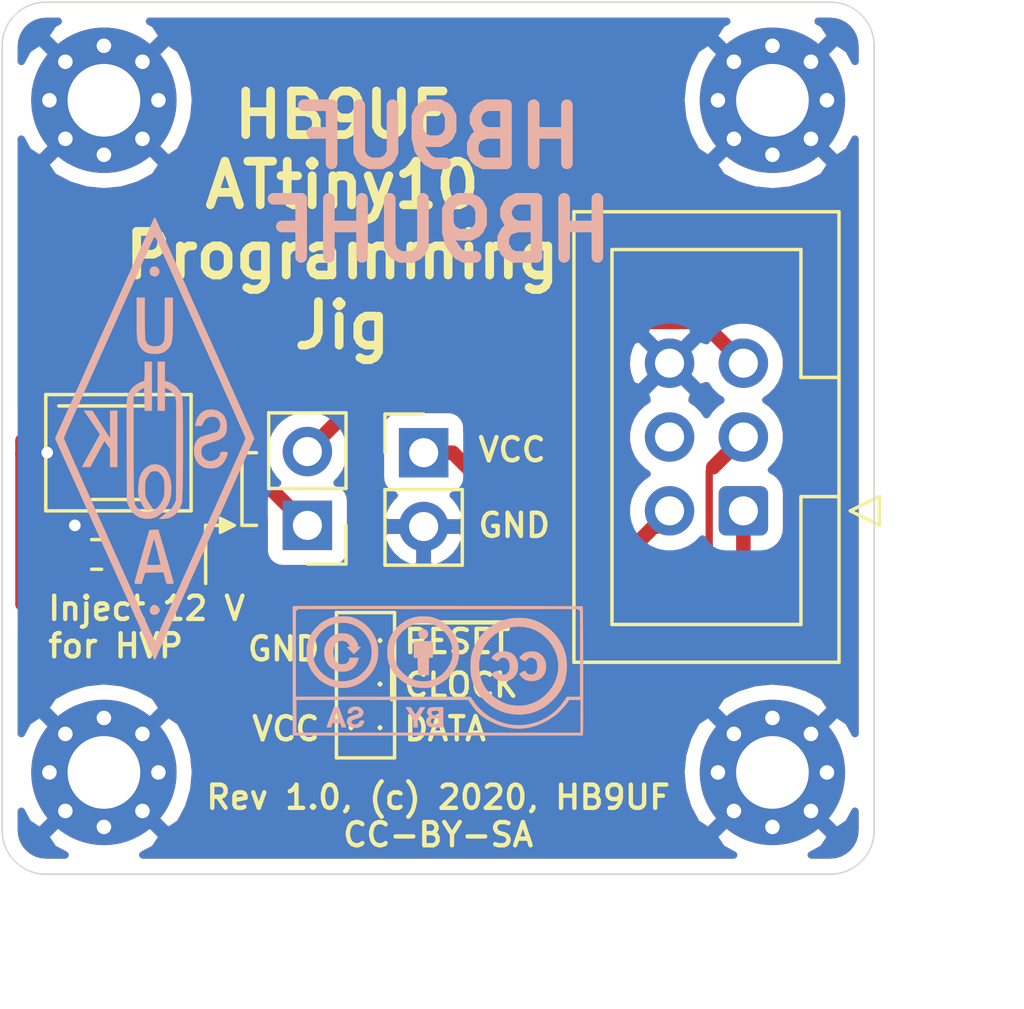
<source format=kicad_pcb>
(kicad_pcb (version 20171130) (host pcbnew 5.1.6)

  (general
    (thickness 1.6)
    (drawings 42)
    (tracks 47)
    (zones 0)
    (modules 11)
    (nets 9)
  )

  (page A4)
  (layers
    (0 F.Cu signal)
    (31 B.Cu signal)
    (32 B.Adhes user)
    (33 F.Adhes user)
    (34 B.Paste user)
    (35 F.Paste user)
    (36 B.SilkS user)
    (37 F.SilkS user)
    (38 B.Mask user)
    (39 F.Mask user)
    (40 Dwgs.User user)
    (41 Cmts.User user)
    (42 Eco1.User user)
    (43 Eco2.User user)
    (44 Edge.Cuts user)
    (45 Margin user)
    (46 B.CrtYd user)
    (47 F.CrtYd user)
    (48 B.Fab user)
    (49 F.Fab user hide)
  )

  (setup
    (last_trace_width 0.25)
    (user_trace_width 0.5)
    (trace_clearance 0.2)
    (zone_clearance 0.508)
    (zone_45_only no)
    (trace_min 0.2)
    (via_size 0.8)
    (via_drill 0.4)
    (via_min_size 0.4)
    (via_min_drill 0.3)
    (uvia_size 0.3)
    (uvia_drill 0.1)
    (uvias_allowed no)
    (uvia_min_size 0.2)
    (uvia_min_drill 0.1)
    (edge_width 0.05)
    (segment_width 0.2)
    (pcb_text_width 0.3)
    (pcb_text_size 1.5 1.5)
    (mod_edge_width 0.12)
    (mod_text_size 1 1)
    (mod_text_width 0.15)
    (pad_size 1.524 1.524)
    (pad_drill 0.762)
    (pad_to_mask_clearance 0.05)
    (aux_axis_origin 0 0)
    (visible_elements FFFFFF7F)
    (pcbplotparams
      (layerselection 0x010f0_ffffffff)
      (usegerberextensions true)
      (usegerberattributes true)
      (usegerberadvancedattributes true)
      (creategerberjobfile true)
      (excludeedgelayer true)
      (linewidth 0.100000)
      (plotframeref false)
      (viasonmask false)
      (mode 1)
      (useauxorigin false)
      (hpglpennumber 1)
      (hpglpenspeed 20)
      (hpglpendiameter 15.000000)
      (psnegative false)
      (psa4output false)
      (plotreference true)
      (plotvalue true)
      (plotinvisibletext false)
      (padsonsilk false)
      (subtractmaskfromsilk false)
      (outputformat 1)
      (mirror false)
      (drillshape 0)
      (scaleselection 1)
      (outputdirectory "gerber"))
  )

  (net 0 "")
  (net 1 GND)
  (net 2 /VCC)
  (net 3 "Net-(J1-Pad4)")
  (net 4 /~RESET)
  (net 5 /CLOCK)
  (net 6 /DATA)
  (net 7 "Net-(JP1-Pad1)")
  (net 8 "Net-(U1-Pad4)")

  (net_class Default "This is the default net class."
    (clearance 0.2)
    (trace_width 0.25)
    (via_dia 0.8)
    (via_drill 0.4)
    (uvia_dia 0.3)
    (uvia_drill 0.1)
    (add_net /CLOCK)
    (add_net /DATA)
    (add_net /VCC)
    (add_net /~RESET)
    (add_net GND)
    (add_net "Net-(J1-Pad4)")
    (add_net "Net-(JP1-Pad1)")
    (add_net "Net-(U1-Pad4)")
  )

  (module HB9UF:Logo_silk_CC-BY-SA_10x4.5mm locked (layer B.Cu) (tedit 5EF8657C) (tstamp 5F501B00)
    (at 100 63 180)
    (descr "CC BY-SA logo, 10x4.5mm")
    (fp_text reference CC-BY-SA-LOGO (at 1.9 -0.5) (layer B.SilkS) hide
      (effects (font (size 0.2286 0.2286) (thickness 0.04572)) (justify mirror))
    )
    (fp_text value "" (at 1.9 1.7) (layer B.SilkS) hide
      (effects (font (size 0.2286 0.2286) (thickness 0.04572)) (justify mirror))
    )
    (fp_poly (pts (xy 5.00634 -2.23266) (xy 4.89204 -2.23266) (xy 4.89204 -0.89154) (xy 4.89204 0.57404)
      (xy 4.89204 2.0447) (xy 4.85394 2.0828) (xy 4.81584 2.11836) (xy 0.00508 2.11836)
      (xy -4.80314 2.11836) (xy -4.84124 2.0828) (xy -4.87934 2.0447) (xy -4.87934 0.57404)
      (xy -4.8768 -0.89154) (xy -4.65074 -0.89408) (xy -4.42468 -0.89408) (xy -4.34086 -1.02362)
      (xy -4.21894 -1.19126) (xy -4.0767 -1.34366) (xy -3.91668 -1.48082) (xy -3.74142 -1.6002)
      (xy -3.55346 -1.69926) (xy -3.35534 -1.778) (xy -3.1496 -1.83388) (xy -2.9845 -1.86182)
      (xy -2.89814 -1.86944) (xy -2.79654 -1.87198) (xy -2.68478 -1.86944) (xy -2.57556 -1.86182)
      (xy -2.4765 -1.84912) (xy -2.41554 -1.83896) (xy -2.19964 -1.78308) (xy -1.99644 -1.70434)
      (xy -1.80848 -1.60782) (xy -1.63068 -1.4859) (xy -1.46558 -1.34112) (xy -1.397 -1.27254)
      (xy -1.34112 -1.21158) (xy -1.28524 -1.14046) (xy -1.2319 -1.06934) (xy -1.19888 -1.02362)
      (xy -1.1176 -0.89408) (xy 1.88468 -0.89408) (xy 4.89204 -0.89154) (xy 4.89204 -2.23266)
      (xy 4.8768 -2.23266) (xy 4.8768 -2.13106) (xy 4.8768 -1.56972) (xy 4.8768 -1.00838)
      (xy 1.92024 -1.00838) (xy -1.03378 -1.00838) (xy -1.11252 -1.12522) (xy -1.20904 -1.26238)
      (xy -1.30556 -1.38176) (xy -1.40462 -1.48082) (xy -1.50876 -1.56972) (xy -1.6256 -1.64846)
      (xy -1.71196 -1.69926) (xy -1.85166 -1.77038) (xy -1.97612 -1.8288) (xy -2.09296 -1.87706)
      (xy -2.21234 -1.91516) (xy -2.3368 -1.94564) (xy -2.34188 -1.94564) (xy -2.52476 -1.9812)
      (xy -2.69748 -1.99644) (xy -2.86258 -1.99644) (xy -3.03022 -1.97866) (xy -3.2004 -1.94564)
      (xy -3.39598 -1.88722) (xy -3.59156 -1.80594) (xy -3.79222 -1.69672) (xy -3.99288 -1.56464)
      (xy -4.06146 -1.51638) (xy -4.11226 -1.4732) (xy -4.17322 -1.41478) (xy -4.23672 -1.34874)
      (xy -4.30276 -1.28016) (xy -4.36626 -1.2065) (xy -4.4196 -1.14046) (xy -4.46278 -1.08204)
      (xy -4.48564 -1.04648) (xy -4.50596 -1.00838) (xy -4.699 -1.00838) (xy -4.89204 -1.00838)
      (xy -4.89204 -1.56972) (xy -4.89204 -2.13106) (xy -0.00508 -2.13106) (xy 4.8768 -2.13106)
      (xy 4.8768 -2.23266) (xy 0.0127 -2.23266) (xy -4.9784 -2.23266) (xy -4.98602 -2.05232)
      (xy -4.98856 -2.01422) (xy -4.98856 -1.9558) (xy -4.98856 -1.87452) (xy -4.98856 -1.77546)
      (xy -4.9911 -1.65862) (xy -4.9911 -1.52654) (xy -4.9911 -1.37922) (xy -4.9911 -1.2192)
      (xy -4.9911 -1.04902) (xy -4.9911 -0.86868) (xy -4.9911 -0.68072) (xy -4.9911 -0.48768)
      (xy -4.9911 -0.28956) (xy -4.9911 -0.0889) (xy -4.9911 0.11176) (xy -4.9911 0.31496)
      (xy -4.98856 0.51562) (xy -4.98856 0.7112) (xy -4.98856 0.90424) (xy -4.98856 1.08966)
      (xy -4.98602 1.26492) (xy -4.98602 1.43256) (xy -4.98348 1.5875) (xy -4.98348 1.72974)
      (xy -4.98348 1.85674) (xy -4.98094 1.96596) (xy -4.98094 2.05994) (xy -4.9784 2.13106)
      (xy -4.9784 2.1844) (xy -4.97586 2.21234) (xy -4.97586 2.21742) (xy -4.96316 2.21742)
      (xy -4.92506 2.21742) (xy -4.8641 2.21996) (xy -4.78028 2.21996) (xy -4.67614 2.21996)
      (xy -4.54914 2.21996) (xy -4.4069 2.2225) (xy -4.24434 2.2225) (xy -4.064 2.2225)
      (xy -3.86842 2.2225) (xy -3.6576 2.22504) (xy -3.43408 2.22504) (xy -3.19532 2.22504)
      (xy -2.9464 2.22504) (xy -2.68732 2.22504) (xy -2.41808 2.22758) (xy -2.14122 2.22758)
      (xy -1.8542 2.22758) (xy -1.56464 2.22758) (xy -1.26746 2.22758) (xy -0.9652 2.22758)
      (xy -0.6604 2.23012) (xy -0.35306 2.23012) (xy -0.04318 2.23012) (xy 0.26162 2.23012)
      (xy 0.56896 2.23012) (xy 0.87376 2.23012) (xy 1.17602 2.23012) (xy 1.47574 2.23012)
      (xy 1.76784 2.23012) (xy 2.05486 2.23012) (xy 2.33426 2.23012) (xy 2.60604 2.23012)
      (xy 2.86766 2.23012) (xy 3.11912 2.23012) (xy 3.35788 2.23012) (xy 3.58394 2.23012)
      (xy 3.7973 2.23012) (xy 3.99542 2.23012) (xy 4.1783 2.23012) (xy 4.34594 2.23012)
      (xy 4.49326 2.22758) (xy 4.6228 2.22758) (xy 4.72948 2.22758) (xy 4.81838 2.22758)
      (xy 4.88442 2.22504) (xy 4.9276 2.22504) (xy 4.94538 2.22504) (xy 5.00634 2.21742)
      (xy 5.00634 -0.00762) (xy 5.00634 -2.23266)) (layer B.SilkS) (width 0.0002))
    (fp_poly (pts (xy 3.13944 -1.77546) (xy 3.12674 -1.82372) (xy 3.0988 -1.86944) (xy 3.08864 -1.88214)
      (xy 3.03784 -1.92278) (xy 2.96926 -1.95326) (xy 2.89052 -1.9685) (xy 2.81178 -1.97104)
      (xy 2.80162 -1.9685) (xy 2.71272 -1.94818) (xy 2.6416 -1.91008) (xy 2.58826 -1.85928)
      (xy 2.55524 -1.79324) (xy 2.5527 -1.78562) (xy 2.54508 -1.74752) (xy 2.5527 -1.72466)
      (xy 2.57556 -1.71196) (xy 2.61874 -1.71196) (xy 2.6289 -1.71196) (xy 2.66954 -1.71704)
      (xy 2.6924 -1.72466) (xy 2.70256 -1.7399) (xy 2.71018 -1.76022) (xy 2.73812 -1.80594)
      (xy 2.7813 -1.83388) (xy 2.83464 -1.84912) (xy 2.8956 -1.84404) (xy 2.93116 -1.83134)
      (xy 2.96926 -1.80848) (xy 2.9845 -1.78054) (xy 2.98196 -1.74498) (xy 2.97434 -1.7272)
      (xy 2.95656 -1.70942) (xy 2.92354 -1.69418) (xy 2.87528 -1.67386) (xy 2.8067 -1.65354)
      (xy 2.7686 -1.64084) (xy 2.71018 -1.62052) (xy 2.667 -1.60274) (xy 2.63652 -1.58242)
      (xy 2.61874 -1.56464) (xy 2.58318 -1.50622) (xy 2.57048 -1.45034) (xy 2.57556 -1.39192)
      (xy 2.60096 -1.34112) (xy 2.64414 -1.2954) (xy 2.69748 -1.25984) (xy 2.76352 -1.23698)
      (xy 2.83718 -1.22936) (xy 2.9083 -1.23698) (xy 2.99212 -1.25984) (xy 3.05308 -1.29794)
      (xy 3.09118 -1.34874) (xy 3.1115 -1.41224) (xy 3.1115 -1.41478) (xy 3.11912 -1.46812)
      (xy 3.04546 -1.46812) (xy 3.00482 -1.46558) (xy 2.98196 -1.4605) (xy 2.96926 -1.45034)
      (xy 2.9591 -1.42748) (xy 2.9337 -1.38938) (xy 2.89306 -1.36398) (xy 2.8448 -1.35382)
      (xy 2.79654 -1.3589) (xy 2.75336 -1.38176) (xy 2.75082 -1.3843) (xy 2.72542 -1.41224)
      (xy 2.72288 -1.43256) (xy 2.73558 -1.45796) (xy 2.74066 -1.46558) (xy 2.7686 -1.48336)
      (xy 2.82194 -1.50622) (xy 2.89814 -1.52908) (xy 2.90322 -1.52908) (xy 2.98958 -1.55702)
      (xy 3.05054 -1.58496) (xy 3.09372 -1.61544) (xy 3.12166 -1.65608) (xy 3.1369 -1.70434)
      (xy 3.1369 -1.7145) (xy 3.13944 -1.77546)) (layer B.SilkS) (width 0.00254))
    (fp_poly (pts (xy 0.41656 -1.77546) (xy 0.39624 -1.8415) (xy 0.3556 -1.89484) (xy 0.29972 -1.92786)
      (xy 0.27686 -1.93802) (xy 0.254 -1.9431) (xy 0.254 -1.73482) (xy 0.24892 -1.69672)
      (xy 0.23368 -1.67132) (xy 0.2286 -1.66878) (xy 0.2286 -1.44272) (xy 0.2159 -1.40716)
      (xy 0.20828 -1.397) (xy 0.18796 -1.38684) (xy 0.15494 -1.38176) (xy 0.09906 -1.37922)
      (xy 0.0889 -1.37922) (xy -0.00762 -1.37922) (xy -0.0127 -1.41986) (xy -0.01524 -1.4605)
      (xy -0.01524 -1.49606) (xy -0.01016 -1.51384) (xy -0.00254 -1.524) (xy 0.0127 -1.52908)
      (xy 0.04826 -1.53162) (xy 0.07874 -1.53162) (xy 0.14478 -1.52908) (xy 0.18796 -1.51892)
      (xy 0.20066 -1.5113) (xy 0.22352 -1.48082) (xy 0.2286 -1.44272) (xy 0.2286 -1.66878)
      (xy 0.2032 -1.65608) (xy 0.1524 -1.64846) (xy 0.09144 -1.64592) (xy -0.01016 -1.64592)
      (xy -0.01016 -1.73482) (xy -0.01016 -1.82626) (xy 0.09652 -1.82626) (xy 0.15748 -1.82372)
      (xy 0.19558 -1.81864) (xy 0.22098 -1.81102) (xy 0.23114 -1.8034) (xy 0.24892 -1.77038)
      (xy 0.254 -1.73482) (xy 0.254 -1.9431) (xy 0.24892 -1.9431) (xy 0.21336 -1.94818)
      (xy 0.16256 -1.95072) (xy 0.09652 -1.95326) (xy 0.03302 -1.95326) (xy -0.1778 -1.95326)
      (xy -0.1778 -1.60274) (xy -0.1778 -1.24968) (xy 0.03048 -1.24968) (xy 0.12446 -1.25222)
      (xy 0.19304 -1.25476) (xy 0.24638 -1.25984) (xy 0.28448 -1.27) (xy 0.31496 -1.2827)
      (xy 0.33782 -1.30302) (xy 0.34798 -1.31064) (xy 0.36576 -1.3462) (xy 0.37846 -1.397)
      (xy 0.381 -1.4478) (xy 0.37592 -1.4732) (xy 0.36068 -1.50622) (xy 0.33528 -1.53924)
      (xy 0.33274 -1.54178) (xy 0.31242 -1.5621) (xy 0.30988 -1.5748) (xy 0.3175 -1.57988)
      (xy 0.35306 -1.60274) (xy 0.38608 -1.64084) (xy 0.40894 -1.68402) (xy 0.41402 -1.7018)
      (xy 0.41656 -1.77546)) (layer B.SilkS) (width 0.00254))
    (fp_poly (pts (xy 1.12268 -1.24968) (xy 0.98806 -1.4732) (xy 0.85344 -1.69672) (xy 0.85344 -1.82372)
      (xy 0.85344 -1.95326) (xy 0.77724 -1.95326) (xy 0.70104 -1.95326) (xy 0.70104 -1.81864)
      (xy 0.70104 -1.68148) (xy 0.57658 -1.47574) (xy 0.53848 -1.4097) (xy 0.50546 -1.35128)
      (xy 0.47752 -1.30556) (xy 0.4572 -1.27508) (xy 0.44958 -1.25984) (xy 0.45974 -1.25476)
      (xy 0.48768 -1.25222) (xy 0.52832 -1.24968) (xy 0.5334 -1.24968) (xy 0.6223 -1.24968)
      (xy 0.70104 -1.38684) (xy 0.73914 -1.4478) (xy 0.76454 -1.4859) (xy 0.78232 -1.50622)
      (xy 0.79248 -1.50368) (xy 0.80264 -1.4859) (xy 0.82296 -1.45288) (xy 0.84836 -1.40716)
      (xy 0.87122 -1.3716) (xy 0.93726 -1.2573) (xy 1.0287 -1.25222) (xy 1.12268 -1.24968)) (layer B.SilkS) (width 0.00254))
    (fp_poly (pts (xy 3.84302 -1.9431) (xy 3.83286 -1.94818) (xy 3.79984 -1.95072) (xy 3.76174 -1.95326)
      (xy 3.68046 -1.95326) (xy 3.6576 -1.87706) (xy 3.63474 -1.80086) (xy 3.58648 -1.80086)
      (xy 3.58648 -1.67132) (xy 3.54584 -1.55702) (xy 3.5306 -1.50876) (xy 3.51282 -1.47066)
      (xy 3.50266 -1.45288) (xy 3.50012 -1.45034) (xy 3.48996 -1.46558) (xy 3.47726 -1.4986)
      (xy 3.46202 -1.54178) (xy 3.44678 -1.5875) (xy 3.43154 -1.62814) (xy 3.42392 -1.65608)
      (xy 3.42138 -1.6637) (xy 3.43408 -1.66878) (xy 3.46456 -1.67132) (xy 3.50266 -1.67132)
      (xy 3.58648 -1.67132) (xy 3.58648 -1.80086) (xy 3.50266 -1.80086) (xy 3.37312 -1.80086)
      (xy 3.34518 -1.87706) (xy 3.31724 -1.95326) (xy 3.23596 -1.95326) (xy 3.15722 -1.95326)
      (xy 3.2893 -1.60528) (xy 3.41884 -1.2573) (xy 3.5052 -1.2573) (xy 3.58902 -1.2573)
      (xy 3.71602 -1.59512) (xy 3.74904 -1.68402) (xy 3.77952 -1.76276) (xy 3.80492 -1.83134)
      (xy 3.8227 -1.88722) (xy 3.83794 -1.92532) (xy 3.84302 -1.9431)) (layer B.SilkS) (width 0.00254))
    (fp_poly (pts (xy -1.11252 0.17526) (xy -1.11252 0.08382) (xy -1.1176 -0.0381) (xy -1.12776 -0.14478)
      (xy -1.14554 -0.23876) (xy -1.1684 -0.3302) (xy -1.19888 -0.42418) (xy -1.22428 -0.49022)
      (xy -1.30302 -0.65532) (xy -1.40462 -0.8128) (xy -1.40716 -0.81534) (xy -1.40716 0.17526)
      (xy -1.41986 0.35306) (xy -1.45796 0.52578) (xy -1.51638 0.69342) (xy -1.59512 0.8509)
      (xy -1.69672 0.99568) (xy -1.8161 1.1303) (xy -1.9558 1.24968) (xy -2.11328 1.35128)
      (xy -2.1209 1.35636) (xy -2.2733 1.42748) (xy -2.4384 1.47828) (xy -2.60858 1.50622)
      (xy -2.78384 1.51638) (xy -2.95656 1.50368) (xy -3.12674 1.47066) (xy -3.2893 1.41478)
      (xy -3.39344 1.36652) (xy -3.53822 1.27508) (xy -3.67284 1.16332) (xy -3.7973 1.03632)
      (xy -3.90398 0.89662) (xy -3.99034 0.74676) (xy -4.05892 0.59182) (xy -4.08432 0.50292)
      (xy -4.12242 0.3175) (xy -4.13258 0.13716) (xy -4.11988 -0.04064) (xy -4.07924 -0.21336)
      (xy -4.01828 -0.381) (xy -3.93192 -0.54102) (xy -3.82524 -0.69088) (xy -3.6957 -0.82804)
      (xy -3.55092 -0.94996) (xy -3.39598 -1.04902) (xy -3.23596 -1.12268) (xy -3.06578 -1.17348)
      (xy -2.88798 -1.19888) (xy -2.70256 -1.20142) (xy -2.53492 -1.18364) (xy -2.37744 -1.14808)
      (xy -2.22504 -1.08966) (xy -2.07518 -1.01092) (xy -1.93548 -0.9144) (xy -1.80848 -0.80518)
      (xy -1.69418 -0.68072) (xy -1.59766 -0.54864) (xy -1.524 -0.40894) (xy -1.50622 -0.36576)
      (xy -1.4478 -0.18542) (xy -1.41478 -0.00254) (xy -1.40716 0.17526) (xy -1.40716 -0.81534)
      (xy -1.524 -0.95758) (xy -1.65862 -1.08966) (xy -1.80848 -1.2065) (xy -1.9685 -1.3081)
      (xy -2.13614 -1.38938) (xy -2.3114 -1.45034) (xy -2.48666 -1.48844) (xy -2.57302 -1.4986)
      (xy -2.6543 -1.50622) (xy -2.7178 -1.50876) (xy -2.77114 -1.5113) (xy -2.82194 -1.5113)
      (xy -2.87274 -1.50876) (xy -2.91846 -1.50622) (xy -3.11404 -1.47828) (xy -3.29946 -1.43002)
      (xy -3.47472 -1.35636) (xy -3.6449 -1.26238) (xy -3.80492 -1.143) (xy -3.9624 -0.99822)
      (xy -3.96494 -0.99314) (xy -4.1021 -0.8382) (xy -4.21386 -0.67818) (xy -4.30022 -0.51054)
      (xy -4.36626 -0.33528) (xy -4.4069 -0.14732) (xy -4.42722 0.04826) (xy -4.4323 0.1524)
      (xy -4.42214 0.33528) (xy -4.39928 0.50546) (xy -4.35864 0.66548) (xy -4.29768 0.82296)
      (xy -4.24942 0.91948) (xy -4.14528 1.09474) (xy -4.02336 1.25222) (xy -3.88366 1.39446)
      (xy -3.72872 1.51892) (xy -3.56362 1.62306) (xy -3.38582 1.70942) (xy -3.2004 1.77038)
      (xy -3.08356 1.79578) (xy -2.99974 1.80848) (xy -2.89814 1.81356) (xy -2.78638 1.8161)
      (xy -2.67462 1.8161) (xy -2.57048 1.80848) (xy -2.47904 1.79832) (xy -2.45872 1.79578)
      (xy -2.26568 1.74752) (xy -2.08026 1.67894) (xy -1.905 1.5875) (xy -1.74498 1.47574)
      (xy -1.59766 1.3462) (xy -1.46558 1.20142) (xy -1.35128 1.0414) (xy -1.2573 0.86868)
      (xy -1.18364 0.68326) (xy -1.1684 0.63754) (xy -1.14554 0.54864) (xy -1.1303 0.46482)
      (xy -1.1176 0.37846) (xy -1.11252 0.28448) (xy -1.11252 0.17526)) (layer B.SilkS) (width 0.00254))
    (fp_poly (pts (xy 1.7526 0.63754) (xy 1.74244 0.46482) (xy 1.7145 0.30734) (xy 1.66624 0.16256)
      (xy 1.59766 0.0254) (xy 1.51892 -0.08382) (xy 1.51892 0.63754) (xy 1.5113 0.7747)
      (xy 1.49098 0.89662) (xy 1.45288 1.01346) (xy 1.42494 1.07696) (xy 1.35128 1.20396)
      (xy 1.25476 1.3208) (xy 1.143 1.42494) (xy 1.01854 1.51384) (xy 0.88392 1.57988)
      (xy 0.80264 1.61036) (xy 0.762 1.62306) (xy 0.72136 1.63068) (xy 0.67564 1.63576)
      (xy 0.6223 1.6383) (xy 0.55118 1.64084) (xy 0.51562 1.64084) (xy 0.43688 1.6383)
      (xy 0.37592 1.6383) (xy 0.32766 1.63322) (xy 0.28702 1.6256) (xy 0.24638 1.61544)
      (xy 0.2286 1.61036) (xy 0.08128 1.55194) (xy -0.0508 1.47066) (xy -0.17272 1.3716)
      (xy -0.2794 1.25476) (xy -0.3683 1.12268) (xy -0.43434 0.9779) (xy -0.46228 0.89662)
      (xy -0.47752 0.81534) (xy -0.48768 0.71882) (xy -0.49022 0.61722) (xy -0.48514 0.51816)
      (xy -0.47498 0.42926) (xy -0.46736 0.39624) (xy -0.41148 0.24638) (xy -0.33528 0.10668)
      (xy -0.23876 -0.02032) (xy -0.12446 -0.13208) (xy -0.05588 -0.18288) (xy 0.0762 -0.26416)
      (xy 0.22098 -0.32258) (xy 0.37338 -0.35814) (xy 0.53086 -0.36576) (xy 0.6604 -0.3556)
      (xy 0.77724 -0.3302) (xy 0.89662 -0.28956) (xy 1.00838 -0.23622) (xy 1.03632 -0.22098)
      (xy 1.07696 -0.19304) (xy 1.12776 -0.1524) (xy 1.18364 -0.1016) (xy 1.23698 -0.0508)
      (xy 1.2954 0.00508) (xy 1.33858 0.05588) (xy 1.3716 0.1016) (xy 1.39954 0.14986)
      (xy 1.41478 0.1778) (xy 1.46304 0.28956) (xy 1.49606 0.40132) (xy 1.51384 0.51562)
      (xy 1.51892 0.63754) (xy 1.51892 -0.08382) (xy 1.50876 -0.1016) (xy 1.4097 -0.21082)
      (xy 1.27254 -0.33274) (xy 1.1303 -0.4318) (xy 0.9779 -0.508) (xy 0.81788 -0.5588)
      (xy 0.81534 -0.56134) (xy 0.73914 -0.57404) (xy 0.65024 -0.5842) (xy 0.55372 -0.59182)
      (xy 0.45974 -0.59436) (xy 0.37846 -0.59182) (xy 0.32512 -0.58674) (xy 0.15748 -0.5461)
      (xy -0.00254 -0.4826) (xy -0.1524 -0.39624) (xy -0.29464 -0.28956) (xy -0.3556 -0.23114)
      (xy -0.47498 -0.09398) (xy -0.5715 0.04826) (xy -0.64516 0.20574) (xy -0.6858 0.3302)
      (xy -0.6985 0.38608) (xy -0.70866 0.43942) (xy -0.71374 0.49276) (xy -0.71628 0.55626)
      (xy -0.71882 0.62992) (xy -0.71374 0.7493) (xy -0.70612 0.84582) (xy -0.69596 0.9017)
      (xy -0.6477 1.0668) (xy -0.57658 1.22174) (xy -0.48514 1.36398) (xy -0.37592 1.49606)
      (xy -0.25146 1.61036) (xy -0.1143 1.70688) (xy 0.03302 1.78308) (xy 0.19304 1.83896)
      (xy 0.22352 1.84658) (xy 0.30226 1.85928) (xy 0.39878 1.8669) (xy 0.50038 1.86944)
      (xy 0.60706 1.86944) (xy 0.70612 1.86182) (xy 0.79248 1.84912) (xy 0.83566 1.83896)
      (xy 1.00076 1.78308) (xy 1.1557 1.7018) (xy 1.30048 1.59766) (xy 1.43002 1.4732)
      (xy 1.54432 1.33096) (xy 1.55702 1.31572) (xy 1.63068 1.1938) (xy 1.68402 1.07442)
      (xy 1.72212 0.94742) (xy 1.74498 0.80772) (xy 1.7526 0.65278) (xy 1.7526 0.63754)) (layer B.SilkS) (width 0.00254))
    (fp_poly (pts (xy 4.52628 0.6096) (xy 4.52374 0.51054) (xy 4.51612 0.42164) (xy 4.50596 0.35052)
      (xy 4.50342 0.34036) (xy 4.45008 0.17272) (xy 4.37134 0.01778) (xy 4.30022 -0.08382)
      (xy 4.30022 0.59944) (xy 4.30022 0.67564) (xy 4.2926 0.77978) (xy 4.2799 0.86614)
      (xy 4.26212 0.94488) (xy 4.23164 1.02362) (xy 4.20116 1.08966) (xy 4.12242 1.2192)
      (xy 4.0259 1.33604) (xy 3.90906 1.44018) (xy 3.78206 1.52654) (xy 3.6449 1.59004)
      (xy 3.60172 1.60528) (xy 3.51282 1.62814) (xy 3.40868 1.64084) (xy 3.29692 1.64592)
      (xy 3.1877 1.64338) (xy 3.09118 1.63068) (xy 3.08102 1.62814) (xy 2.9337 1.58242)
      (xy 2.79654 1.51384) (xy 2.66954 1.42748) (xy 2.55778 1.3208) (xy 2.46126 1.19634)
      (xy 2.38252 1.05918) (xy 2.33426 0.94488) (xy 2.31648 0.89408) (xy 2.30632 0.8509)
      (xy 2.2987 0.8128) (xy 2.29362 0.76962) (xy 2.29108 0.71374) (xy 2.29108 0.64262)
      (xy 2.29362 0.5334) (xy 2.30378 0.43942) (xy 2.3241 0.3556) (xy 2.35204 0.27432)
      (xy 2.38252 0.21082) (xy 2.44348 0.10922) (xy 2.51968 0.00762) (xy 2.60858 -0.08382)
      (xy 2.70256 -0.16764) (xy 2.78892 -0.22606) (xy 2.921 -0.2921) (xy 3.06324 -0.33528)
      (xy 3.2131 -0.36068) (xy 3.3655 -0.36322) (xy 3.51282 -0.3429) (xy 3.56108 -0.3302)
      (xy 3.6957 -0.28194) (xy 3.82778 -0.21082) (xy 3.94716 -0.12446) (xy 4.05638 -0.02032)
      (xy 4.14528 0.0889) (xy 4.21386 0.20828) (xy 4.22148 0.22352) (xy 4.26466 0.3429)
      (xy 4.29006 0.46482) (xy 4.30022 0.59944) (xy 4.30022 -0.08382) (xy 4.27228 -0.12446)
      (xy 4.1529 -0.254) (xy 4.04368 -0.34544) (xy 3.89382 -0.44196) (xy 3.73634 -0.51562)
      (xy 3.5687 -0.56642) (xy 3.39598 -0.59182) (xy 3.21818 -0.59436) (xy 3.08864 -0.57912)
      (xy 2.92608 -0.54102) (xy 2.77114 -0.48006) (xy 2.62382 -0.3937) (xy 2.48412 -0.28702)
      (xy 2.35966 -0.16002) (xy 2.34188 -0.1397) (xy 2.23774 0) (xy 2.159 0.14986)
      (xy 2.10058 0.30988) (xy 2.06756 0.47498) (xy 2.0574 0.64262) (xy 2.0701 0.8128)
      (xy 2.10566 0.98044) (xy 2.16662 1.14554) (xy 2.1844 1.1811) (xy 2.26822 1.32842)
      (xy 2.3749 1.46558) (xy 2.49682 1.58496) (xy 2.63398 1.68656) (xy 2.7813 1.77038)
      (xy 2.93878 1.8288) (xy 2.97434 1.8415) (xy 3.02006 1.85166) (xy 3.06324 1.85928)
      (xy 3.10896 1.86436) (xy 3.16484 1.8669) (xy 3.23596 1.86944) (xy 3.29946 1.86944)
      (xy 3.38836 1.8669) (xy 3.4544 1.86436) (xy 3.50774 1.86182) (xy 3.55346 1.8542)
      (xy 3.59664 1.84658) (xy 3.6195 1.83896) (xy 3.72364 1.80594) (xy 3.83286 1.75768)
      (xy 3.937 1.70434) (xy 4.01574 1.65354) (xy 4.06908 1.61036) (xy 4.13258 1.55194)
      (xy 4.19862 1.48844) (xy 4.25958 1.4224) (xy 4.30784 1.36398) (xy 4.32562 1.33604)
      (xy 4.37388 1.25984) (xy 4.4196 1.1684) (xy 4.46024 1.07442) (xy 4.49072 0.98298)
      (xy 4.4958 0.96266) (xy 4.51104 0.89408) (xy 4.51866 0.80772) (xy 4.52628 0.7112)
      (xy 4.52628 0.6096)) (layer B.SilkS) (width 0.00254))
    (fp_poly (pts (xy -2.78384 -0.10414) (xy -2.8067 -0.14224) (xy -2.83972 -0.18796) (xy -2.89052 -0.23622)
      (xy -2.94386 -0.28194) (xy -2.9972 -0.31496) (xy -3.0099 -0.32004) (xy -3.10134 -0.34798)
      (xy -3.20802 -0.35814) (xy -3.2893 -0.3556) (xy -3.39852 -0.33274) (xy -3.4925 -0.2921)
      (xy -3.57124 -0.23114) (xy -3.63474 -0.1524) (xy -3.68046 -0.05842) (xy -3.7084 0.04572)
      (xy -3.71348 0.16764) (xy -3.71094 0.20066) (xy -3.6957 0.31242) (xy -3.66014 0.4064)
      (xy -3.6068 0.49022) (xy -3.58648 0.51562) (xy -3.5052 0.58674) (xy -3.40868 0.63754)
      (xy -3.30454 0.66548) (xy -3.19024 0.66802) (xy -3.13944 0.66294) (xy -3.08102 0.65024)
      (xy -3.02006 0.635) (xy -2.97942 0.61722) (xy -2.94132 0.59436) (xy -2.89814 0.56134)
      (xy -2.8575 0.52324) (xy -2.82448 0.48768) (xy -2.80162 0.45466) (xy -2.79654 0.43942)
      (xy -2.8067 0.42418) (xy -2.83464 0.40386) (xy -2.87782 0.381) (xy -2.89814 0.3683)
      (xy -2.99974 0.3175) (xy -3.0607 0.381) (xy -3.09626 0.41656) (xy -3.12166 0.43434)
      (xy -3.14452 0.4445) (xy -3.17754 0.44704) (xy -3.19532 0.44704) (xy -3.26644 0.43434)
      (xy -3.32486 0.40386) (xy -3.37312 0.35052) (xy -3.37566 0.3429) (xy -3.39344 0.29972)
      (xy -3.4036 0.23622) (xy -3.40868 0.16764) (xy -3.40614 0.09398) (xy -3.39852 0.03048)
      (xy -3.3909 0) (xy -3.36042 -0.06096) (xy -3.31724 -0.10414) (xy -3.25882 -0.127)
      (xy -3.19786 -0.13208) (xy -3.12928 -0.127) (xy -3.08102 -0.10668) (xy -3.03784 -0.06604)
      (xy -3.02006 -0.04064) (xy -2.99974 -0.0127) (xy -2.9845 0) (xy -2.96926 -0.00508)
      (xy -2.93624 -0.02032) (xy -2.8956 -0.04318) (xy -2.87782 -0.0508) (xy -2.78384 -0.10414)) (layer B.SilkS) (width 0.00254))
    (fp_poly (pts (xy -1.83388 -0.1016) (xy -1.83388 -0.11684) (xy -1.84912 -0.14478) (xy -1.86436 -0.16764)
      (xy -1.93802 -0.24892) (xy -2.0193 -0.3048) (xy -2.11074 -0.3429) (xy -2.21488 -0.35814)
      (xy -2.33172 -0.3556) (xy -2.42824 -0.33782) (xy -2.51206 -0.30226) (xy -2.58826 -0.24892)
      (xy -2.60096 -0.23622) (xy -2.667 -0.15748) (xy -2.71526 -0.06604) (xy -2.7432 0.04064)
      (xy -2.74574 0.06096) (xy -2.75082 0.18034) (xy -2.73812 0.28956) (xy -2.7051 0.3937)
      (xy -2.6543 0.4826) (xy -2.58826 0.55626) (xy -2.50698 0.61468) (xy -2.45872 0.63754)
      (xy -2.35966 0.6604) (xy -2.25298 0.66802) (xy -2.1463 0.65786) (xy -2.04724 0.62992)
      (xy -2.03454 0.62484) (xy -1.98882 0.59944) (xy -1.93802 0.56134) (xy -1.8923 0.51816)
      (xy -1.85674 0.47752) (xy -1.84404 0.45974) (xy -1.83642 0.44196) (xy -1.83642 0.42926)
      (xy -1.84912 0.4191) (xy -1.87452 0.40386) (xy -1.9177 0.381) (xy -1.93548 0.37084)
      (xy -2.04216 0.3175) (xy -2.10312 0.381) (xy -2.13868 0.41656) (xy -2.16154 0.43434)
      (xy -2.18694 0.4445) (xy -2.21996 0.44704) (xy -2.2352 0.44704) (xy -2.30632 0.43688)
      (xy -2.3622 0.40894) (xy -2.40538 0.35814) (xy -2.4257 0.32512) (xy -2.44602 0.25908)
      (xy -2.45618 0.18034) (xy -2.45618 0.09652) (xy -2.44094 0.02032) (xy -2.42824 -0.01524)
      (xy -2.39014 -0.07366) (xy -2.33934 -0.1143) (xy -2.27838 -0.13462) (xy -2.21234 -0.13716)
      (xy -2.14884 -0.11684) (xy -2.09296 -0.0762) (xy -2.06502 -0.04572) (xy -2.0447 -0.02032)
      (xy -2.03962 -0.01016) (xy -2.032 -0.00508) (xy -2.01422 -0.00508) (xy -1.98374 -0.01778)
      (xy -1.93802 -0.04318) (xy -1.89484 -0.06604) (xy -1.85674 -0.08636) (xy -1.83642 -0.09906)
      (xy -1.83388 -0.1016)) (layer B.SilkS) (width 0.00254))
    (fp_poly (pts (xy 0.84582 0.90678) (xy 0.84328 0.86614) (xy 0.84328 0.81026) (xy 0.84328 0.74168)
      (xy 0.84328 0.67564) (xy 0.84074 0.44704) (xy 0.7747 0.44196) (xy 0.70866 0.43942)
      (xy 0.70358 0.14224) (xy 0.70104 -0.1524) (xy 0.51054 -0.1524) (xy 0.3175 -0.1524)
      (xy 0.3175 0.14732) (xy 0.3175 0.44704) (xy 0.26416 0.4445) (xy 0.22606 0.4445)
      (xy 0.19812 0.4445) (xy 0.19304 0.4445) (xy 0.18796 0.45212) (xy 0.18288 0.47244)
      (xy 0.18034 0.508) (xy 0.1778 0.56388) (xy 0.1778 0.64008) (xy 0.1778 0.70612)
      (xy 0.1778 0.79502) (xy 0.1778 0.86614) (xy 0.18034 0.91694) (xy 0.18542 0.94996)
      (xy 0.18796 0.97536) (xy 0.19558 0.9906) (xy 0.19812 0.99314) (xy 0.20574 1.00076)
      (xy 0.21336 1.00838) (xy 0.2286 1.01346) (xy 0.25146 1.016) (xy 0.28448 1.01854)
      (xy 0.33528 1.02108) (xy 0.40386 1.02108) (xy 0.4953 1.02108) (xy 0.51054 1.02108)
      (xy 0.6096 1.02108) (xy 0.68834 1.01854) (xy 0.74676 1.016) (xy 0.78994 1.01092)
      (xy 0.81788 1.0033) (xy 0.83312 0.9906) (xy 0.84074 0.97282) (xy 0.84328 0.94996)
      (xy 0.84582 0.92456) (xy 0.84582 0.90678)) (layer B.SilkS) (width 0.00254))
    (fp_poly (pts (xy 0.68326 1.24968) (xy 0.6731 1.19888) (xy 0.64516 1.15316) (xy 0.60452 1.11506)
      (xy 0.5461 1.0922) (xy 0.54102 1.0922) (xy 0.50546 1.0922) (xy 0.46228 1.09982)
      (xy 0.45212 1.1049) (xy 0.4191 1.11506) (xy 0.40132 1.12268) (xy 0.39878 1.12268)
      (xy 0.39116 1.13284) (xy 0.37592 1.1557) (xy 0.37084 1.16586) (xy 0.34544 1.22682)
      (xy 0.3429 1.28778) (xy 0.36068 1.34112) (xy 0.39624 1.38684) (xy 0.44704 1.41986)
      (xy 0.508 1.43256) (xy 0.51816 1.43256) (xy 0.57912 1.4224) (xy 0.62738 1.39192)
      (xy 0.6604 1.35128) (xy 0.67818 1.30302) (xy 0.68326 1.24968)) (layer B.SilkS) (width 0.00254))
    (fp_poly (pts (xy 3.92176 0.64516) (xy 3.91414 0.52324) (xy 3.88874 0.40386) (xy 3.8481 0.2921)
      (xy 3.82016 0.24892) (xy 3.78206 0.19812) (xy 3.74142 0.14986) (xy 3.73634 0.14478)
      (xy 3.63982 0.06604) (xy 3.5306 0.00762) (xy 3.41376 -0.02286) (xy 3.2893 -0.03556)
      (xy 3.1623 -0.0254) (xy 3.15468 -0.02286) (xy 3.048 0.00762) (xy 2.95148 0.0635)
      (xy 2.87274 0.13716) (xy 2.8067 0.23114) (xy 2.75844 0.3429) (xy 2.74066 0.41148)
      (xy 2.7305 0.44704) (xy 2.89052 0.44704) (xy 3.05054 0.44704) (xy 3.05816 0.3937)
      (xy 3.07594 0.34036) (xy 3.10896 0.2921) (xy 3.1496 0.25654) (xy 3.15468 0.254)
      (xy 3.18262 0.24384) (xy 3.22326 0.23368) (xy 3.25374 0.2286) (xy 3.3401 0.22352)
      (xy 3.4163 0.24384) (xy 3.48234 0.28448) (xy 3.53568 0.34798) (xy 3.57378 0.4318)
      (xy 3.59918 0.53594) (xy 3.6068 0.62738) (xy 3.60172 0.72136) (xy 3.58648 0.81026)
      (xy 3.55854 0.88646) (xy 3.556 0.89408) (xy 3.51282 0.9525) (xy 3.4544 0.99822)
      (xy 3.39344 1.02108) (xy 3.3147 1.03124) (xy 3.23596 1.02108) (xy 3.16738 0.99314)
      (xy 3.1115 0.94996) (xy 3.07848 0.9017) (xy 3.05816 0.85852) (xy 3.05308 0.83312)
      (xy 3.06324 0.82042) (xy 3.08864 0.81534) (xy 3.0988 0.81534) (xy 3.14706 0.81534)
      (xy 3.0226 0.69088) (xy 2.89814 0.56642) (xy 2.77368 0.69088) (xy 2.64922 0.81534)
      (xy 2.69494 0.81534) (xy 2.73304 0.82296) (xy 2.75336 0.84328) (xy 2.75844 0.87884)
      (xy 2.76352 0.90932) (xy 2.78384 0.95504) (xy 2.81178 1.00838) (xy 2.84226 1.06172)
      (xy 2.87528 1.10744) (xy 2.90322 1.14046) (xy 2.98704 1.2065) (xy 3.08356 1.25476)
      (xy 3.19024 1.2827) (xy 3.30454 1.29032) (xy 3.42138 1.28016) (xy 3.53568 1.24714)
      (xy 3.60172 1.21666) (xy 3.69316 1.15824) (xy 3.76936 1.0795) (xy 3.83286 0.98552)
      (xy 3.87858 0.87884) (xy 3.90906 0.76454) (xy 3.92176 0.64516)) (layer B.SilkS) (width 0.00254))
  )

  (module HB9UF:hb9uf_logo_small locked (layer B.Cu) (tedit 0) (tstamp 5F502B13)
    (at 90.25 55 180)
    (fp_text reference G*** (at 0 0) (layer B.SilkS) hide
      (effects (font (size 1.524 1.524) (thickness 0.3)) (justify mirror))
    )
    (fp_text value LOGO (at 0.75 0) (layer B.SilkS) hide
      (effects (font (size 1.524 1.524) (thickness 0.3)) (justify mirror))
    )
    (fp_poly (pts (xy 0.092356 5.885545) (xy 0.147355 5.833944) (xy 0.172776 5.755168) (xy 0.173253 5.740332)
      (xy 0.163177 5.662779) (xy 0.12615 5.612379) (xy 0.082246 5.584768) (xy 0.005823 5.558497)
      (xy -0.058837 5.573565) (xy -0.095413 5.599658) (xy -0.151764 5.673684) (xy -0.161221 5.75572)
      (xy -0.123625 5.836376) (xy -0.055784 5.890853) (xy 0.020426 5.905879) (xy 0.092356 5.885545)) (layer B.SilkS) (width 0.01))
    (fp_poly (pts (xy -0.347265 4.115126) (xy -0.346893 3.899618) (xy -0.345588 3.728004) (xy -0.343075 3.594573)
      (xy -0.339075 3.493612) (xy -0.33331 3.419411) (xy -0.325502 3.366257) (xy -0.315374 3.32844)
      (xy -0.308142 3.31089) (xy -0.241021 3.224407) (xy -0.139746 3.17134) (xy -0.008408 3.153508)
      (xy 0.04082 3.155665) (xy 0.165928 3.183309) (xy 0.255337 3.244089) (xy 0.31246 3.340621)
      (xy 0.32236 3.371595) (xy 0.328872 3.419469) (xy 0.334744 3.509539) (xy 0.339742 3.634396)
      (xy 0.343629 3.78663) (xy 0.346169 3.958829) (xy 0.347126 4.143584) (xy 0.347127 4.148584)
      (xy 0.347266 4.836914) (xy 0.620117 4.836914) (xy 0.620117 4.134482) (xy 0.619585 3.914345)
      (xy 0.617803 3.737799) (xy 0.614495 3.598835) (xy 0.609384 3.491445) (xy 0.602193 3.40962)
      (xy 0.592647 3.347351) (xy 0.581846 3.303176) (xy 0.523122 3.170499) (xy 0.435539 3.054016)
      (xy 0.331168 2.969229) (xy 0.31484 2.960219) (xy 0.211649 2.923966) (xy 0.081572 2.902481)
      (xy -0.054169 2.898421) (xy -0.12643 2.904993) (xy -0.272901 2.942994) (xy -0.390641 3.013552)
      (xy -0.469769 3.093867) (xy -0.510489 3.146799) (xy -0.543181 3.200722) (xy -0.568712 3.261642)
      (xy -0.58795 3.335563) (xy -0.601763 3.42849) (xy -0.611018 3.546429) (xy -0.616583 3.695384)
      (xy -0.619325 3.881359) (xy -0.620112 4.110361) (xy -0.620117 4.134482) (xy -0.620117 4.836914)
      (xy -0.347265 4.836914) (xy -0.347265 4.115126)) (layer B.SilkS) (width 0.01))
    (fp_poly (pts (xy 1.537891 -0.007478) (xy 1.841748 0.467165) (xy 2.145606 0.941807) (xy 2.289655 0.942192)
      (xy 2.433703 0.942578) (xy 2.158312 0.537034) (xy 1.88292 0.13149) (xy 2.122215 -0.300124)
      (xy 2.20124 -0.44267) (xy 2.27709 -0.579506) (xy 2.344552 -0.701228) (xy 2.398414 -0.798431)
      (xy 2.433463 -0.861708) (xy 2.433604 -0.861963) (xy 2.505698 -0.992188) (xy 2.22002 -0.99197)
      (xy 2.0362 -0.651014) (xy 1.967265 -0.523585) (xy 1.901456 -0.402717) (xy 1.844707 -0.299253)
      (xy 1.802952 -0.224037) (xy 1.791167 -0.203222) (xy 1.729953 -0.096385) (xy 1.634722 -0.228026)
      (xy 1.539491 -0.359668) (xy 1.537891 -0.992188) (xy 1.289844 -0.992188) (xy 1.289844 0.942578)
      (xy 1.537891 0.942578) (xy 1.537891 -0.007478)) (layer B.SilkS) (width 0.01))
    (fp_poly (pts (xy -1.785117 0.968897) (xy -1.64906 0.908651) (xy -1.537269 0.808504) (xy -1.454109 0.67127)
      (xy -1.404384 0.502295) (xy -1.390303 0.42168) (xy -1.50827 0.42168) (xy -1.580254 0.423945)
      (xy -1.619929 0.438554) (xy -1.644594 0.477225) (xy -1.662679 0.526291) (xy -1.72303 0.630632)
      (xy -1.81427 0.703888) (xy -1.925393 0.741545) (xy -2.045396 0.739087) (xy -2.121494 0.714507)
      (xy -2.193697 0.657427) (xy -2.238553 0.57305) (xy -2.256207 0.474218) (xy -2.246802 0.373774)
      (xy -2.210482 0.28456) (xy -2.147391 0.219418) (xy -2.115769 0.203392) (xy -2.058808 0.184265)
      (xy -1.970901 0.157953) (xy -1.869169 0.129543) (xy -1.848716 0.124069) (xy -1.7451 0.094608)
      (xy -1.650902 0.06444) (xy -1.583863 0.039311) (xy -1.575865 0.035679) (xy -1.480858 -0.035692)
      (xy -1.41034 -0.141458) (xy -1.365894 -0.272011) (xy -1.349103 -0.417742) (xy -1.36155 -0.569041)
      (xy -1.404818 -0.716301) (xy -1.440117 -0.788253) (xy -1.535652 -0.908165) (xy -1.662427 -0.990721)
      (xy -1.817168 -1.034201) (xy -1.921032 -1.040826) (xy -2.019557 -1.033859) (xy -2.112192 -1.016993)
      (xy -2.158008 -1.002251) (xy -2.237598 -0.957821) (xy -2.312414 -0.901268) (xy -2.316174 -0.897802)
      (xy -2.372751 -0.829877) (xy -2.428385 -0.739073) (xy -2.474191 -0.642831) (xy -2.501282 -0.558596)
      (xy -2.505031 -0.5271) (xy -2.500156 -0.493865) (xy -2.476818 -0.47728) (xy -2.422513 -0.471708)
      (xy -2.38125 -0.471289) (xy -2.307525 -0.473431) (xy -2.27074 -0.483836) (xy -2.258281 -0.50847)
      (xy -2.257226 -0.529956) (xy -2.234227 -0.613297) (xy -2.172446 -0.689157) (xy -2.082705 -0.749498)
      (xy -1.97583 -0.786281) (xy -1.902023 -0.79375) (xy -1.79151 -0.771272) (xy -1.699451 -0.710412)
      (xy -1.632743 -0.621033) (xy -1.598284 -0.512999) (xy -1.602972 -0.396172) (xy -1.608702 -0.374315)
      (xy -1.633109 -0.312012) (xy -1.6694 -0.26302) (xy -1.725666 -0.222292) (xy -1.810003 -0.18478)
      (xy -1.930504 -0.145438) (xy -2.014246 -0.121437) (xy -2.182686 -0.066148) (xy -2.307219 -0.003002)
      (xy -2.393535 0.074718) (xy -2.447322 0.173726) (xy -2.47427 0.300737) (xy -2.48033 0.428677)
      (xy -2.460007 0.599104) (xy -2.400423 0.743098) (xy -2.304188 0.856904) (xy -2.17391 0.936762)
      (xy -2.112564 0.958442) (xy -1.941073 0.986431) (xy -1.785117 0.968897)) (layer B.SilkS) (width 0.01))
    (fp_poly (pts (xy 0.347266 2.294433) (xy 0.348496 2.150945) (xy 0.352528 2.051496) (xy 0.359872 1.990567)
      (xy 0.371039 1.96264) (xy 0.378272 1.959328) (xy 0.440357 1.944209) (xy 0.525522 1.905146)
      (xy 0.619204 1.850512) (xy 0.706842 1.788676) (xy 0.765904 1.736499) (xy 0.838862 1.643763)
      (xy 0.901018 1.534592) (xy 0.917474 1.495791) (xy 0.927309 1.468487) (xy 0.935786 1.440492)
      (xy 0.94299 1.408155) (xy 0.949006 1.367822) (xy 0.95392 1.315843) (xy 0.957815 1.248564)
      (xy 0.960777 1.162334) (xy 0.96289 1.053502) (xy 0.96424 0.918414) (xy 0.964912 0.753419)
      (xy 0.964989 0.554865) (xy 0.964558 0.319099) (xy 0.963702 0.042471) (xy 0.962507 -0.278673)
      (xy 0.961961 -0.418492) (xy 0.954981 -2.195215) (xy 0.897493 -2.337561) (xy 0.806648 -2.503904)
      (xy 0.685643 -2.631902) (xy 0.53766 -2.719946) (xy 0.36588 -2.766425) (xy 0.173482 -2.769731)
      (xy 0.072344 -2.755044) (xy -0.063461 -2.705016) (xy -0.197032 -2.61173) (xy -0.321873 -2.48135)
      (xy -0.431487 -2.320046) (xy -0.476454 -2.234139) (xy -0.533339 -2.074888) (xy -0.564435 -1.897502)
      (xy -0.571084 -1.711469) (xy -0.554628 -1.526276) (xy -0.516409 -1.351411) (xy -0.457768 -1.196361)
      (xy -0.380048 -1.070612) (xy -0.301145 -0.994672) (xy -0.162792 -0.922751) (xy -0.020993 -0.897123)
      (xy 0.11828 -0.915376) (xy 0.249059 -0.975095) (xy 0.365372 -1.073867) (xy 0.461251 -1.209277)
      (xy 0.512706 -1.323731) (xy 0.530298 -1.393989) (xy 0.54641 -1.496701) (xy 0.558607 -1.614722)
      (xy 0.562487 -1.674317) (xy 0.566823 -1.804578) (xy 0.563305 -1.903245) (xy 0.550295 -1.98794)
      (xy 0.526156 -2.076289) (xy 0.524714 -2.080844) (xy 0.489503 -2.172911) (xy 0.44315 -2.26903)
      (xy 0.392186 -2.358309) (xy 0.343138 -2.429859) (xy 0.302536 -2.472788) (xy 0.285254 -2.480283)
      (xy 0.240568 -2.473624) (xy 0.179289 -2.457691) (xy 0.119845 -2.438218) (xy 0.080664 -2.420941)
      (xy 0.074414 -2.414671) (xy 0.088918 -2.388637) (xy 0.125013 -2.340966) (xy 0.1378 -2.325484)
      (xy 0.186461 -2.25901) (xy 0.240588 -2.172619) (xy 0.268025 -2.123466) (xy 0.29871 -2.060515)
      (xy 0.318303 -2.002694) (xy 0.329237 -1.935912) (xy 0.333942 -1.84608) (xy 0.334863 -1.736328)
      (xy 0.333706 -1.615007) (xy 0.328427 -1.528381) (xy 0.316319 -1.461554) (xy 0.294674 -1.399632)
      (xy 0.260783 -1.327719) (xy 0.260449 -1.327051) (xy 0.214306 -1.242295) (xy 0.173142 -1.190623)
      (xy 0.124271 -1.15876) (xy 0.084742 -1.143202) (xy -0.027512 -1.126848) (xy -0.128413 -1.158186)
      (xy -0.215967 -1.236195) (xy -0.272851 -1.327051) (xy -0.30098 -1.388837) (xy -0.319132 -1.447921)
      (xy -0.329419 -1.517822) (xy -0.333954 -1.612059) (xy -0.334863 -1.723926) (xy -0.333611 -1.850264)
      (xy -0.328338 -1.941254) (xy -0.316767 -2.011129) (xy -0.296622 -2.07412) (xy -0.26863 -2.138077)
      (xy -0.210986 -2.238538) (xy -0.13621 -2.340495) (xy -0.091929 -2.389845) (xy 0.030607 -2.483364)
      (xy 0.165106 -2.53648) (xy 0.302694 -2.548824) (xy 0.434496 -2.520026) (xy 0.551641 -2.449715)
      (xy 0.584899 -2.418052) (xy 0.611955 -2.388878) (xy 0.635465 -2.360322) (xy 0.655678 -2.328863)
      (xy 0.672843 -2.290983) (xy 0.687209 -2.243162) (xy 0.699026 -2.181881) (xy 0.708542 -2.10362)
      (xy 0.716007 -2.00486) (xy 0.721669 -1.882081) (xy 0.725778 -1.731765) (xy 0.728582 -1.550391)
      (xy 0.730331 -1.33444) (xy 0.731274 -1.080394) (xy 0.73166 -0.784732) (xy 0.731738 -0.443935)
      (xy 0.731738 1.409594) (xy 0.657324 1.515246) (xy 0.588172 1.592433) (xy 0.502696 1.661008)
      (xy 0.471289 1.679859) (xy 0.359668 1.738821) (xy 0.352852 1.340699) (xy 0.346037 0.942578)
      (xy 0.099219 0.942578) (xy 0.099219 2.629297) (xy 0.347266 2.629297) (xy 0.347266 2.294433)) (layer B.SilkS) (width 0.01))
    (fp_poly (pts (xy -0.099219 0.942578) (xy -0.347265 0.942578) (xy -0.347265 1.736994) (xy -0.440283 1.698138)
      (xy -0.571966 1.61835) (xy -0.669267 1.505712) (xy -0.707394 1.428252) (xy -0.71493 1.40375)
      (xy -0.721382 1.37041) (xy -0.726809 1.324692) (xy -0.731273 1.263055) (xy -0.734833 1.181958)
      (xy -0.737551 1.07786) (xy -0.739486 0.947221) (xy -0.740701 0.7865) (xy -0.741254 0.592157)
      (xy -0.741207 0.360649) (xy -0.740621 0.088438) (xy -0.739555 -0.228019) (xy -0.73884 -0.409277)
      (xy -0.731738 -2.145606) (xy -0.657324 -2.294406) (xy -0.589373 -2.40611) (xy -0.514464 -2.489174)
      (xy -0.493775 -2.505246) (xy -0.42557 -2.555046) (xy -0.340319 -2.620418) (xy -0.274506 -2.672705)
      (xy -0.144373 -2.778125) (xy -0.264423 -2.776466) (xy -0.364624 -2.767871) (xy -0.46623 -2.748511)
      (xy -0.490592 -2.741669) (xy -0.642979 -2.668931) (xy -0.769208 -2.555167) (xy -0.867328 -2.402652)
      (xy -0.932035 -2.226568) (xy -0.938729 -2.176595) (xy -0.9448 -2.082597) (xy -0.950239 -1.949547)
      (xy -0.955038 -1.782417) (xy -0.959187 -1.586181) (xy -0.962678 -1.365811) (xy -0.965502 -1.12628)
      (xy -0.96765 -0.87256) (xy -0.969113 -0.609625) (xy -0.969881 -0.342446) (xy -0.969947 -0.075996)
      (xy -0.969301 0.184751) (xy -0.967935 0.434823) (xy -0.965839 0.669248) (xy -0.963005 0.883052)
      (xy -0.959423 1.071263) (xy -0.955085 1.228909) (xy -0.949982 1.351016) (xy -0.944105 1.432613)
      (xy -0.938644 1.465976) (xy -0.860579 1.622989) (xy -0.744644 1.761019) (xy -0.601478 1.869789)
      (xy -0.452116 1.936009) (xy -0.347265 1.967423) (xy -0.347265 2.629297) (xy -0.099219 2.629297)
      (xy -0.099219 0.942578)) (layer B.SilkS) (width 0.01))
    (fp_poly (pts (xy 0.186035 -3.162598) (xy 0.439663 -4.043164) (xy 0.497443 -4.244857) (xy 0.550635 -4.432628)
      (xy 0.5977 -4.600882) (xy 0.637098 -4.744026) (xy 0.667291 -4.856466) (xy 0.686739 -4.932607)
      (xy 0.693902 -4.966856) (xy 0.693911 -4.967139) (xy 0.685207 -4.99392) (xy 0.65046 -5.006995)
      (xy 0.578217 -5.010544) (xy 0.574972 -5.010547) (xy 0.455413 -5.010547) (xy 0.395138 -4.818311)
      (xy 0.334863 -4.626074) (xy 0.01951 -4.619139) (xy -0.295843 -4.612203) (xy -0.332911 -4.743162)
      (xy -0.357307 -4.831424) (xy -0.378305 -4.910891) (xy -0.386116 -4.942334) (xy -0.400293 -4.983358)
      (xy -0.427145 -5.003499) (xy -0.481408 -5.010067) (xy -0.523587 -5.010547) (xy -0.604017 -5.005378)
      (xy -0.641036 -4.988913) (xy -0.644922 -4.977129) (xy -0.638191 -4.945864) (xy -0.619115 -4.873009)
      (xy -0.589369 -4.764562) (xy -0.550628 -4.62652) (xy -0.504569 -4.464881) (xy -0.470572 -4.347022)
      (xy -0.198989 -4.347022) (xy -0.175735 -4.355017) (xy -0.113684 -4.361291) (xy -0.023643 -4.364993)
      (xy 0.037207 -4.365625) (xy 0.138536 -4.363808) (xy 0.218142 -4.358924) (xy 0.265223 -4.351824)
      (xy 0.273369 -4.347022) (xy 0.267278 -4.313972) (xy 0.250084 -4.244475) (xy 0.224394 -4.147676)
      (xy 0.192813 -4.032721) (xy 0.157944 -3.908753) (xy 0.122392 -3.784919) (xy 0.088764 -3.670365)
      (xy 0.059662 -3.574234) (xy 0.037693 -3.505673) (xy 0.025461 -3.473827) (xy 0.024326 -3.472656)
      (xy 0.01531 -3.495232) (xy -0.002955 -3.5568) (xy -0.02811 -3.648118) (xy -0.057795 -3.759948)
      (xy -0.089649 -3.883049) (xy -0.121314 -4.00818) (xy -0.150429 -4.126102) (xy -0.174634 -4.227575)
      (xy -0.191569 -4.303357) (xy -0.198875 -4.344209) (xy -0.198989 -4.347022) (xy -0.470572 -4.347022)
      (xy -0.452865 -4.285641) (xy -0.42492 -4.18958) (xy -0.368784 -3.997104) (xy -0.315233 -3.813394)
      (xy -0.266362 -3.645648) (xy -0.224268 -3.501062) (xy -0.191045 -3.386835) (xy -0.168791 -3.310163)
      (xy -0.163442 -3.291665) (xy -0.121965 -3.147882) (xy 0.186035 -3.162598)) (layer B.SilkS) (width 0.01))
    (fp_poly (pts (xy 0.059773 -5.748641) (xy 0.094597 -5.77208) (xy 0.149587 -5.838137) (xy 0.170909 -5.919173)
      (xy 0.155855 -5.997625) (xy 0.134326 -6.029859) (xy 0.066912 -6.071339) (xy -0.013734 -6.075318)
      (xy -0.089864 -6.043049) (xy -0.122223 -6.011792) (xy -0.157412 -5.961524) (xy -0.173526 -5.92759)
      (xy -0.173633 -5.926142) (xy -0.153474 -5.85877) (xy -0.103558 -5.793187) (xy -0.044812 -5.7527)
      (xy 0.012922 -5.735991) (xy 0.059773 -5.748641)) (layer B.SilkS) (width 0.01))
    (fp_poly (pts (xy 0.02249 7.569673) (xy 0.045242 7.522021) (xy 0.061579 7.4828) (xy 0.095658 7.404593)
      (xy 0.144726 7.293589) (xy 0.206031 7.155981) (xy 0.27682 6.997961) (xy 0.35434 6.825718)
      (xy 0.384334 6.759277) (xy 0.475048 6.558329) (xy 0.580427 6.324607) (xy 0.694845 6.070608)
      (xy 0.812676 5.808829) (xy 0.928293 5.551764) (xy 1.036071 5.311911) (xy 1.071148 5.233789)
      (xy 1.172442 5.008246) (xy 1.281445 4.765728) (xy 1.393 4.517698) (xy 1.501948 4.275618)
      (xy 1.603133 4.050951) (xy 1.691394 3.85516) (xy 1.724084 3.782715) (xy 1.790335 3.635834)
      (xy 1.873645 3.450947) (xy 1.97075 3.235304) (xy 2.07839 2.996156) (xy 2.193301 2.740753)
      (xy 2.31222 2.476346) (xy 2.431886 2.210184) (xy 2.549035 1.949518) (xy 2.566808 1.909961)
      (xy 2.677448 1.663754) (xy 2.786398 1.421399) (xy 2.891138 1.188495) (xy 2.989145 0.970645)
      (xy 3.077902 0.773448) (xy 3.154886 0.602506) (xy 3.217578 0.463417) (xy 3.263457 0.361784)
      (xy 3.276328 0.333333) (xy 3.328698 0.216628) (xy 3.37281 0.116305) (xy 3.404998 0.040862)
      (xy 3.421592 -0.0012) (xy 3.423047 -0.006661) (xy 3.41331 -0.034233) (xy 3.386813 -0.097379)
      (xy 3.347626 -0.186648) (xy 3.300828 -0.290385) (xy 3.268396 -0.361793) (xy 3.217865 -0.473534)
      (xy 3.151455 -0.620683) (xy 3.071383 -0.798315) (xy 2.979867 -1.001504) (xy 2.879126 -1.225326)
      (xy 2.771378 -1.464855) (xy 2.658842 -1.715167) (xy 2.554592 -1.947168) (xy 2.436324 -2.210398)
      (xy 2.318244 -2.473143) (xy 2.202945 -2.729634) (xy 2.093022 -2.974106) (xy 1.991067 -3.200791)
      (xy 1.899676 -3.403921) (xy 1.821442 -3.57773) (xy 1.758958 -3.716451) (xy 1.723485 -3.795117)
      (xy 1.553718 -4.1715) (xy 1.386793 -4.541974) (xy 1.223923 -4.903827) (xy 1.066321 -5.254347)
      (xy 0.915199 -5.590823) (xy 0.771771 -5.910541) (xy 0.63725 -6.21079) (xy 0.512848 -6.488858)
      (xy 0.399777 -6.742033) (xy 0.299252 -6.967602) (xy 0.212485 -7.162854) (xy 0.140688 -7.325076)
      (xy 0.085075 -7.451556) (xy 0.046859 -7.539582) (xy 0.027252 -7.586442) (xy 0.024805 -7.593561)
      (xy 0.014209 -7.616768) (xy -0.01004 -7.604757) (xy -0.036639 -7.565186) (xy -0.044205 -7.546826)
      (xy -0.060008 -7.508293) (xy -0.093658 -7.430438) (xy -0.142554 -7.319136) (xy -0.204094 -7.180265)
      (xy -0.275678 -7.019701) (xy -0.354704 -6.843321) (xy -0.409238 -6.72207) (xy -0.502856 -6.51409)
      (xy -0.600698 -6.29647) (xy -0.698075 -6.079655) (xy -0.790298 -5.874092) (xy -0.872679 -5.690229)
      (xy -0.940529 -5.538513) (xy -0.954756 -5.506641) (xy -1.001327 -5.402381) (xy -1.066273 -5.25717)
      (xy -1.147661 -5.075317) (xy -1.243558 -4.861133) (xy -1.352033 -4.618929) (xy -1.471152 -4.353016)
      (xy -1.598985 -4.067704) (xy -1.733597 -3.767304) (xy -1.873057 -3.456127) (xy -2.015433 -3.138483)
      (xy -2.158792 -2.818684) (xy -2.301201 -2.501039) (xy -2.440729 -2.18986) (xy -2.575443 -1.889457)
      (xy -2.703411 -1.604141) (xy -2.822699 -1.338223) (xy -2.931377 -1.096013) (xy -3.027511 -0.881822)
      (xy -3.10917 -0.699961) (xy -3.17442 -0.55474) (xy -3.214152 -0.466409) (xy -3.420941 -0.007069)
      (xy -3.12539 -0.007069) (xy -3.115524 -0.035412) (xy -3.08728 -0.104304) (xy -3.042689 -0.209078)
      (xy -2.983784 -0.345066) (xy -2.912597 -0.5076) (xy -2.831159 -0.692014) (xy -2.741502 -0.89364)
      (xy -2.663989 -1.066952) (xy -2.553258 -1.313905) (xy -2.435475 -1.576576) (xy -2.315051 -1.845128)
      (xy -2.196397 -2.109726) (xy -2.083922 -2.360534) (xy -1.982039 -2.587715) (xy -1.895158 -2.781434)
      (xy -1.879954 -2.815332) (xy -1.712705 -3.188234) (xy -1.564085 -3.519617) (xy -1.432415 -3.813225)
      (xy -1.316018 -4.072802) (xy -1.213214 -4.302093) (xy -1.122325 -4.50484) (xy -1.041673 -4.684788)
      (xy -0.96958 -4.84568) (xy -0.904366 -4.991261) (xy -0.844355 -5.125274) (xy -0.812431 -5.196582)
      (xy -0.745744 -5.345385) (xy -0.66412 -5.527244) (xy -0.573025 -5.729995) (xy -0.477926 -5.941476)
      (xy -0.38429 -6.149522) (xy -0.318687 -6.295155) (xy -0.243361 -6.463259) (xy -0.175175 -6.617283)
      (xy -0.1167 -6.751267) (xy -0.07051 -6.859253) (xy -0.039175 -6.93528) (xy -0.02527 -6.973388)
      (xy -0.024805 -6.976044) (xy -0.022415 -6.990235) (xy -0.014218 -6.988336) (xy 0.001332 -6.967171)
      (xy 0.02578 -6.923563) (xy 0.06067 -6.854336) (xy 0.107547 -6.756312) (xy 0.167956 -6.626315)
      (xy 0.243441 -6.461167) (xy 0.335548 -6.257692) (xy 0.44582 -6.012714) (xy 0.472585 -5.953125)
      (xy 0.54689 -5.787681) (xy 0.639419 -5.581717) (xy 0.748047 -5.339961) (xy 0.870652 -5.067138)
      (xy 1.005108 -4.767973) (xy 1.149291 -4.447192) (xy 1.301078 -4.10952) (xy 1.458343 -3.759684)
      (xy 1.618964 -3.402409) (xy 1.780816 -3.042421) (xy 1.941775 -2.684445) (xy 2.027919 -2.492871)
      (xy 2.17613 -2.162892) (xy 2.318455 -1.84527) (xy 2.453586 -1.542969) (xy 2.580211 -1.258953)
      (xy 2.697022 -0.996184) (xy 2.802708 -0.757625) (xy 2.895959 -0.54624) (xy 2.975465 -0.364991)
      (xy 3.039917 -0.216843) (xy 3.088004 -0.104758) (xy 3.118418 -0.031699) (xy 3.129847 -0.00063)
      (xy 3.1299 0) (xy 3.119535 0.029139) (xy 3.090588 0.099147) (xy 3.044953 0.205705)
      (xy 2.984524 0.344495) (xy 2.911197 0.511201) (xy 2.826866 0.701503) (xy 2.733425 0.911085)
      (xy 2.632769 1.135628) (xy 2.585701 1.240234) (xy 2.494005 1.443875) (xy 2.384521 1.687174)
      (xy 2.259766 1.964526) (xy 2.12226 2.270326) (xy 1.974522 2.598971) (xy 1.819071 2.944854)
      (xy 1.658425 3.302372) (xy 1.495103 3.66592) (xy 1.331626 4.029894) (xy 1.17051 4.388688)
      (xy 1.028084 4.705938) (xy 0.886169 5.021819) (xy 0.749901 5.324609) (xy 0.620656 5.611276)
      (xy 0.499813 5.878788) (xy 0.388749 6.124113) (xy 0.288842 6.344218) (xy 0.201469 6.536072)
      (xy 0.128007 6.696642) (xy 0.069836 6.822896) (xy 0.028331 6.911802) (xy 0.004871 6.960327)
      (xy 0 6.968804) (xy -0.011854 6.946759) (xy -0.042351 6.882868) (xy -0.089917 6.78059)
      (xy -0.15298 6.643381) (xy -0.229966 6.474699) (xy -0.319301 6.278003) (xy -0.419413 6.056749)
      (xy -0.528728 5.814395) (xy -0.645673 5.5544) (xy -0.768675 5.280221) (xy -0.792504 5.227026)
      (xy -0.969717 4.831317) (xy -1.129659 4.4742) (xy -1.275326 4.148989) (xy -1.409716 3.848996)
      (xy -1.535827 3.567534) (xy -1.656656 3.297916) (xy -1.7752 3.033455) (xy -1.894458 2.767463)
      (xy -2.017426 2.493254) (xy -2.147103 2.20414) (xy -2.286486 1.893435) (xy -2.438572 1.554451)
      (xy -2.606359 1.180501) (xy -2.638221 1.109492) (xy -2.735768 0.89147) (xy -2.8268 0.6868)
      (xy -2.909339 0.500018) (xy -2.981405 0.335657) (xy -3.041021 0.198253) (xy -3.086208 0.092338)
      (xy -3.114988 0.022448) (xy -3.125383 -0.006884) (xy -3.12539 -0.007069) (xy -3.420941 -0.007069)
      (xy -3.422935 -0.002641) (xy -2.912868 1.133494) (xy -2.804195 1.375527) (xy -2.694546 1.619681)
      (xy -2.587027 1.859044) (xy -2.484743 2.086703) (xy -2.390802 2.295747) (xy -2.308308 2.479262)
      (xy -2.240367 2.630336) (xy -2.196185 2.728515) (xy -2.129469 2.876764) (xy -2.048347 3.057156)
      (xy -1.954588 3.265746) (xy -1.849961 3.498591) (xy -1.736238 3.751747) (xy -1.615187 4.02127)
      (xy -1.488579 4.303217) (xy -1.358185 4.593644) (xy -1.225773 4.888607) (xy -1.093113 5.184161)
      (xy -0.961977 5.476364) (xy -0.834133 5.761271) (xy -0.711352 6.034939) (xy -0.595404 6.293423)
      (xy -0.488059 6.53278) (xy -0.391086 6.749067) (xy -0.306256 6.938338) (xy -0.235338 7.096652)
      (xy -0.180103 7.220062) (xy -0.142321 7.304627) (xy -0.128362 7.335986) (xy -0.081838 7.437525)
      (xy -0.041315 7.519787) (xy -0.011489 7.573626) (xy 0.00218 7.590234) (xy 0.02249 7.569673)) (layer B.SilkS) (width 0.01))
  )

  (module Connector_PinHeader_2.54mm:PinHeader_1x02_P2.54mm_Vertical (layer F.Cu) (tedit 59FED5CC) (tstamp 5F4FAA2C)
    (at 99.5 55.5)
    (descr "Through hole straight pin header, 1x02, 2.54mm pitch, single row")
    (tags "Through hole pin header THT 1x02 2.54mm single row")
    (path /5F50B119)
    (fp_text reference J2 (at 0 -2.33) (layer F.SilkS) hide
      (effects (font (size 1 1) (thickness 0.15)))
    )
    (fp_text value Conn_01x02_Male (at 0 4.87) (layer F.Fab)
      (effects (font (size 1 1) (thickness 0.15)))
    )
    (fp_line (start 1.8 -1.8) (end -1.8 -1.8) (layer F.CrtYd) (width 0.05))
    (fp_line (start 1.8 4.35) (end 1.8 -1.8) (layer F.CrtYd) (width 0.05))
    (fp_line (start -1.8 4.35) (end 1.8 4.35) (layer F.CrtYd) (width 0.05))
    (fp_line (start -1.8 -1.8) (end -1.8 4.35) (layer F.CrtYd) (width 0.05))
    (fp_line (start -1.33 -1.33) (end 0 -1.33) (layer F.SilkS) (width 0.12))
    (fp_line (start -1.33 0) (end -1.33 -1.33) (layer F.SilkS) (width 0.12))
    (fp_line (start -1.33 1.27) (end 1.33 1.27) (layer F.SilkS) (width 0.12))
    (fp_line (start 1.33 1.27) (end 1.33 3.87) (layer F.SilkS) (width 0.12))
    (fp_line (start -1.33 1.27) (end -1.33 3.87) (layer F.SilkS) (width 0.12))
    (fp_line (start -1.33 3.87) (end 1.33 3.87) (layer F.SilkS) (width 0.12))
    (fp_line (start -1.27 -0.635) (end -0.635 -1.27) (layer F.Fab) (width 0.1))
    (fp_line (start -1.27 3.81) (end -1.27 -0.635) (layer F.Fab) (width 0.1))
    (fp_line (start 1.27 3.81) (end -1.27 3.81) (layer F.Fab) (width 0.1))
    (fp_line (start 1.27 -1.27) (end 1.27 3.81) (layer F.Fab) (width 0.1))
    (fp_line (start -0.635 -1.27) (end 1.27 -1.27) (layer F.Fab) (width 0.1))
    (fp_text user %R (at 0 1.27 90) (layer F.Fab)
      (effects (font (size 1 1) (thickness 0.15)))
    )
    (pad 2 thru_hole oval (at 0 2.54) (size 1.7 1.7) (drill 1) (layers *.Cu *.Mask)
      (net 1 GND))
    (pad 1 thru_hole rect (at 0 0) (size 1.7 1.7) (drill 1) (layers *.Cu *.Mask)
      (net 2 /VCC))
    (model ${KISYS3DMOD}/Connector_PinHeader_2.54mm.3dshapes/PinHeader_1x02_P2.54mm_Vertical.wrl
      (at (xyz 0 0 0))
      (scale (xyz 1 1 1))
      (rotate (xyz 0 0 0))
    )
  )

  (module MountingHole:MountingHole_2.5mm_Pad_Via (layer F.Cu) (tedit 56DDBAEA) (tstamp 5F4F9B90)
    (at 111.5 43.375)
    (descr "Mounting Hole 2.5mm")
    (tags "mounting hole 2.5mm")
    (path /5F50167C)
    (attr virtual)
    (fp_text reference H4 (at 0 -3.5) (layer F.SilkS) hide
      (effects (font (size 1 1) (thickness 0.15)))
    )
    (fp_text value MountingHole_Pad (at 0 3.5) (layer F.Fab)
      (effects (font (size 1 1) (thickness 0.15)))
    )
    (fp_circle (center 0 0) (end 2.75 0) (layer F.CrtYd) (width 0.05))
    (fp_circle (center 0 0) (end 2.5 0) (layer Cmts.User) (width 0.15))
    (fp_text user %R (at 0.3 0) (layer F.Fab)
      (effects (font (size 1 1) (thickness 0.15)))
    )
    (pad 1 thru_hole circle (at 1.325825 -1.325825) (size 0.8 0.8) (drill 0.5) (layers *.Cu *.Mask)
      (net 1 GND))
    (pad 1 thru_hole circle (at 0 -1.875) (size 0.8 0.8) (drill 0.5) (layers *.Cu *.Mask)
      (net 1 GND))
    (pad 1 thru_hole circle (at -1.325825 -1.325825) (size 0.8 0.8) (drill 0.5) (layers *.Cu *.Mask)
      (net 1 GND))
    (pad 1 thru_hole circle (at -1.875 0) (size 0.8 0.8) (drill 0.5) (layers *.Cu *.Mask)
      (net 1 GND))
    (pad 1 thru_hole circle (at -1.325825 1.325825) (size 0.8 0.8) (drill 0.5) (layers *.Cu *.Mask)
      (net 1 GND))
    (pad 1 thru_hole circle (at 0 1.875) (size 0.8 0.8) (drill 0.5) (layers *.Cu *.Mask)
      (net 1 GND))
    (pad 1 thru_hole circle (at 1.325825 1.325825) (size 0.8 0.8) (drill 0.5) (layers *.Cu *.Mask)
      (net 1 GND))
    (pad 1 thru_hole circle (at 1.875 0) (size 0.8 0.8) (drill 0.5) (layers *.Cu *.Mask)
      (net 1 GND))
    (pad 1 thru_hole circle (at 0 0) (size 5 5) (drill 2.5) (layers *.Cu *.Mask)
      (net 1 GND))
  )

  (module MountingHole:MountingHole_2.5mm_Pad_Via (layer F.Cu) (tedit 56DDBAEA) (tstamp 5F4F9B80)
    (at 88.5 66.5)
    (descr "Mounting Hole 2.5mm")
    (tags "mounting hole 2.5mm")
    (path /5F501668)
    (attr virtual)
    (fp_text reference H3 (at 0 -3.5) (layer F.SilkS) hide
      (effects (font (size 1 1) (thickness 0.15)))
    )
    (fp_text value MountingHole_Pad (at 0 3.5) (layer F.Fab)
      (effects (font (size 1 1) (thickness 0.15)))
    )
    (fp_circle (center 0 0) (end 2.75 0) (layer F.CrtYd) (width 0.05))
    (fp_circle (center 0 0) (end 2.5 0) (layer Cmts.User) (width 0.15))
    (fp_text user %R (at 0.3 0) (layer F.Fab)
      (effects (font (size 1 1) (thickness 0.15)))
    )
    (pad 1 thru_hole circle (at 1.325825 -1.325825) (size 0.8 0.8) (drill 0.5) (layers *.Cu *.Mask)
      (net 1 GND))
    (pad 1 thru_hole circle (at 0 -1.875) (size 0.8 0.8) (drill 0.5) (layers *.Cu *.Mask)
      (net 1 GND))
    (pad 1 thru_hole circle (at -1.325825 -1.325825) (size 0.8 0.8) (drill 0.5) (layers *.Cu *.Mask)
      (net 1 GND))
    (pad 1 thru_hole circle (at -1.875 0) (size 0.8 0.8) (drill 0.5) (layers *.Cu *.Mask)
      (net 1 GND))
    (pad 1 thru_hole circle (at -1.325825 1.325825) (size 0.8 0.8) (drill 0.5) (layers *.Cu *.Mask)
      (net 1 GND))
    (pad 1 thru_hole circle (at 0 1.875) (size 0.8 0.8) (drill 0.5) (layers *.Cu *.Mask)
      (net 1 GND))
    (pad 1 thru_hole circle (at 1.325825 1.325825) (size 0.8 0.8) (drill 0.5) (layers *.Cu *.Mask)
      (net 1 GND))
    (pad 1 thru_hole circle (at 1.875 0) (size 0.8 0.8) (drill 0.5) (layers *.Cu *.Mask)
      (net 1 GND))
    (pad 1 thru_hole circle (at 0 0) (size 5 5) (drill 2.5) (layers *.Cu *.Mask)
      (net 1 GND))
  )

  (module MountingHole:MountingHole_2.5mm_Pad_Via (layer F.Cu) (tedit 56DDBAEA) (tstamp 5F4F9B70)
    (at 88.5 43.375)
    (descr "Mounting Hole 2.5mm")
    (tags "mounting hole 2.5mm")
    (path /5F5002AD)
    (attr virtual)
    (fp_text reference H2 (at 0 -3.5) (layer F.SilkS) hide
      (effects (font (size 1 1) (thickness 0.15)))
    )
    (fp_text value MountingHole_Pad (at 0 3.5) (layer F.Fab)
      (effects (font (size 1 1) (thickness 0.15)))
    )
    (fp_circle (center 0 0) (end 2.75 0) (layer F.CrtYd) (width 0.05))
    (fp_circle (center 0 0) (end 2.5 0) (layer Cmts.User) (width 0.15))
    (fp_text user %R (at 0.3 0) (layer F.Fab)
      (effects (font (size 1 1) (thickness 0.15)))
    )
    (pad 1 thru_hole circle (at 1.325825 -1.325825) (size 0.8 0.8) (drill 0.5) (layers *.Cu *.Mask)
      (net 1 GND))
    (pad 1 thru_hole circle (at 0 -1.875) (size 0.8 0.8) (drill 0.5) (layers *.Cu *.Mask)
      (net 1 GND))
    (pad 1 thru_hole circle (at -1.325825 -1.325825) (size 0.8 0.8) (drill 0.5) (layers *.Cu *.Mask)
      (net 1 GND))
    (pad 1 thru_hole circle (at -1.875 0) (size 0.8 0.8) (drill 0.5) (layers *.Cu *.Mask)
      (net 1 GND))
    (pad 1 thru_hole circle (at -1.325825 1.325825) (size 0.8 0.8) (drill 0.5) (layers *.Cu *.Mask)
      (net 1 GND))
    (pad 1 thru_hole circle (at 0 1.875) (size 0.8 0.8) (drill 0.5) (layers *.Cu *.Mask)
      (net 1 GND))
    (pad 1 thru_hole circle (at 1.325825 1.325825) (size 0.8 0.8) (drill 0.5) (layers *.Cu *.Mask)
      (net 1 GND))
    (pad 1 thru_hole circle (at 1.875 0) (size 0.8 0.8) (drill 0.5) (layers *.Cu *.Mask)
      (net 1 GND))
    (pad 1 thru_hole circle (at 0 0) (size 5 5) (drill 2.5) (layers *.Cu *.Mask)
      (net 1 GND))
  )

  (module MountingHole:MountingHole_2.5mm_Pad_Via (layer F.Cu) (tedit 56DDBAEA) (tstamp 5F4F9B60)
    (at 111.5 66.5)
    (descr "Mounting Hole 2.5mm")
    (tags "mounting hole 2.5mm")
    (path /5F4FEC55)
    (attr virtual)
    (fp_text reference H1 (at 0 -3.5) (layer F.SilkS) hide
      (effects (font (size 1 1) (thickness 0.15)))
    )
    (fp_text value MountingHole_Pad (at 0 3.5) (layer F.Fab)
      (effects (font (size 1 1) (thickness 0.15)))
    )
    (fp_circle (center 0 0) (end 2.75 0) (layer F.CrtYd) (width 0.05))
    (fp_circle (center 0 0) (end 2.5 0) (layer Cmts.User) (width 0.15))
    (fp_text user %R (at 0.3 0) (layer F.Fab)
      (effects (font (size 1 1) (thickness 0.15)))
    )
    (pad 1 thru_hole circle (at 1.325825 -1.325825) (size 0.8 0.8) (drill 0.5) (layers *.Cu *.Mask)
      (net 1 GND))
    (pad 1 thru_hole circle (at 0 -1.875) (size 0.8 0.8) (drill 0.5) (layers *.Cu *.Mask)
      (net 1 GND))
    (pad 1 thru_hole circle (at -1.325825 -1.325825) (size 0.8 0.8) (drill 0.5) (layers *.Cu *.Mask)
      (net 1 GND))
    (pad 1 thru_hole circle (at -1.875 0) (size 0.8 0.8) (drill 0.5) (layers *.Cu *.Mask)
      (net 1 GND))
    (pad 1 thru_hole circle (at -1.325825 1.325825) (size 0.8 0.8) (drill 0.5) (layers *.Cu *.Mask)
      (net 1 GND))
    (pad 1 thru_hole circle (at 0 1.875) (size 0.8 0.8) (drill 0.5) (layers *.Cu *.Mask)
      (net 1 GND))
    (pad 1 thru_hole circle (at 1.325825 1.325825) (size 0.8 0.8) (drill 0.5) (layers *.Cu *.Mask)
      (net 1 GND))
    (pad 1 thru_hole circle (at 1.875 0) (size 0.8 0.8) (drill 0.5) (layers *.Cu *.Mask)
      (net 1 GND))
    (pad 1 thru_hole circle (at 0 0) (size 5 5) (drill 2.5) (layers *.Cu *.Mask)
      (net 1 GND))
  )

  (module Package_TO_SOT_SMD:SOT-23-6_Handsoldering (layer F.Cu) (tedit 5A02FF57) (tstamp 5F4F93BE)
    (at 89 55.5)
    (descr "6-pin SOT-23 package, Handsoldering")
    (tags "SOT-23-6 Handsoldering")
    (path /5F4F86D1)
    (attr smd)
    (fp_text reference U1 (at 0 -2.9) (layer F.SilkS) hide
      (effects (font (size 1 1) (thickness 0.15)))
    )
    (fp_text value ATtiny10-TS (at 0 2.9) (layer F.Fab)
      (effects (font (size 1 1) (thickness 0.15)))
    )
    (fp_line (start 0.9 -1.55) (end 0.9 1.55) (layer F.Fab) (width 0.1))
    (fp_line (start 0.9 1.55) (end -0.9 1.55) (layer F.Fab) (width 0.1))
    (fp_line (start -0.9 -0.9) (end -0.9 1.55) (layer F.Fab) (width 0.1))
    (fp_line (start 0.9 -1.55) (end -0.25 -1.55) (layer F.Fab) (width 0.1))
    (fp_line (start -0.9 -0.9) (end -0.25 -1.55) (layer F.Fab) (width 0.1))
    (fp_line (start -2.4 -1.8) (end 2.4 -1.8) (layer F.CrtYd) (width 0.05))
    (fp_line (start 2.4 -1.8) (end 2.4 1.8) (layer F.CrtYd) (width 0.05))
    (fp_line (start 2.4 1.8) (end -2.4 1.8) (layer F.CrtYd) (width 0.05))
    (fp_line (start -2.4 1.8) (end -2.4 -1.8) (layer F.CrtYd) (width 0.05))
    (fp_line (start 0.9 -1.61) (end -2.05 -1.61) (layer F.SilkS) (width 0.12))
    (fp_line (start -0.9 1.61) (end 0.9 1.61) (layer F.SilkS) (width 0.12))
    (fp_text user %R (at 0 0 90) (layer F.Fab)
      (effects (font (size 0.5 0.5) (thickness 0.075)))
    )
    (pad 5 smd rect (at 1.35 0) (size 1.56 0.65) (layers F.Cu F.Paste F.Mask)
      (net 2 /VCC))
    (pad 6 smd rect (at 1.35 -0.95) (size 1.56 0.65) (layers F.Cu F.Paste F.Mask)
      (net 7 "Net-(JP1-Pad1)"))
    (pad 4 smd rect (at 1.35 0.95) (size 1.56 0.65) (layers F.Cu F.Paste F.Mask)
      (net 8 "Net-(U1-Pad4)"))
    (pad 3 smd rect (at -1.35 0.95) (size 1.56 0.65) (layers F.Cu F.Paste F.Mask)
      (net 5 /CLOCK))
    (pad 2 smd rect (at -1.35 0) (size 1.56 0.65) (layers F.Cu F.Paste F.Mask)
      (net 1 GND))
    (pad 1 smd rect (at -1.35 -0.95) (size 1.56 0.65) (layers F.Cu F.Paste F.Mask)
      (net 6 /DATA))
  )

  (module Connector_PinHeader_2.54mm:PinHeader_1x02_P2.54mm_Vertical (layer F.Cu) (tedit 59FED5CC) (tstamp 5F4F93A8)
    (at 95.5 58 180)
    (descr "Through hole straight pin header, 1x02, 2.54mm pitch, single row")
    (tags "Through hole pin header THT 1x02 2.54mm single row")
    (path /5F4F9FC9)
    (fp_text reference JP1 (at 0 -2.33) (layer F.SilkS) hide
      (effects (font (size 1 1) (thickness 0.15)))
    )
    (fp_text value Jumper (at 0 4.87) (layer F.Fab)
      (effects (font (size 1 1) (thickness 0.15)))
    )
    (fp_line (start 1.8 -1.8) (end -1.8 -1.8) (layer F.CrtYd) (width 0.05))
    (fp_line (start 1.8 4.35) (end 1.8 -1.8) (layer F.CrtYd) (width 0.05))
    (fp_line (start -1.8 4.35) (end 1.8 4.35) (layer F.CrtYd) (width 0.05))
    (fp_line (start -1.8 -1.8) (end -1.8 4.35) (layer F.CrtYd) (width 0.05))
    (fp_line (start -1.33 -1.33) (end 0 -1.33) (layer F.SilkS) (width 0.12))
    (fp_line (start -1.33 0) (end -1.33 -1.33) (layer F.SilkS) (width 0.12))
    (fp_line (start -1.33 1.27) (end 1.33 1.27) (layer F.SilkS) (width 0.12))
    (fp_line (start 1.33 1.27) (end 1.33 3.87) (layer F.SilkS) (width 0.12))
    (fp_line (start -1.33 1.27) (end -1.33 3.87) (layer F.SilkS) (width 0.12))
    (fp_line (start -1.33 3.87) (end 1.33 3.87) (layer F.SilkS) (width 0.12))
    (fp_line (start -1.27 -0.635) (end -0.635 -1.27) (layer F.Fab) (width 0.1))
    (fp_line (start -1.27 3.81) (end -1.27 -0.635) (layer F.Fab) (width 0.1))
    (fp_line (start 1.27 3.81) (end -1.27 3.81) (layer F.Fab) (width 0.1))
    (fp_line (start 1.27 -1.27) (end 1.27 3.81) (layer F.Fab) (width 0.1))
    (fp_line (start -0.635 -1.27) (end 1.27 -1.27) (layer F.Fab) (width 0.1))
    (fp_text user %R (at 0 1.27 90) (layer F.Fab)
      (effects (font (size 1 1) (thickness 0.15)))
    )
    (pad 2 thru_hole oval (at 0 2.54 180) (size 1.7 1.7) (drill 1) (layers *.Cu *.Mask)
      (net 4 /~RESET))
    (pad 1 thru_hole rect (at 0 0 180) (size 1.7 1.7) (drill 1) (layers *.Cu *.Mask)
      (net 7 "Net-(JP1-Pad1)"))
    (model ${KISYS3DMOD}/Connector_PinHeader_2.54mm.3dshapes/PinHeader_1x02_P2.54mm_Vertical.wrl
      (at (xyz 0 0 0))
      (scale (xyz 1 1 1))
      (rotate (xyz 0 0 0))
    )
  )

  (module Connector_IDC:IDC-Header_2x03_P2.54mm_Vertical (layer F.Cu) (tedit 5EAC9A07) (tstamp 5F4F9392)
    (at 110.5 57.5 180)
    (descr "Through hole IDC box header, 2x03, 2.54mm pitch, DIN 41651 / IEC 60603-13, double rows, https://docs.google.com/spreadsheets/d/16SsEcesNF15N3Lb4niX7dcUr-NY5_MFPQhobNuNppn4/edit#gid=0")
    (tags "Through hole vertical IDC box header THT 2x03 2.54mm double row")
    (path /5F4F9733)
    (fp_text reference J1 (at 1.27 -6.1) (layer F.SilkS) hide
      (effects (font (size 1 1) (thickness 0.15)))
    )
    (fp_text value TPI (at 1.27 11.18) (layer F.Fab)
      (effects (font (size 1 1) (thickness 0.15)))
    )
    (fp_line (start 6.22 -5.6) (end -3.68 -5.6) (layer F.CrtYd) (width 0.05))
    (fp_line (start 6.22 10.69) (end 6.22 -5.6) (layer F.CrtYd) (width 0.05))
    (fp_line (start -3.68 10.69) (end 6.22 10.69) (layer F.CrtYd) (width 0.05))
    (fp_line (start -3.68 -5.6) (end -3.68 10.69) (layer F.CrtYd) (width 0.05))
    (fp_line (start -4.68 0.5) (end -3.68 0) (layer F.SilkS) (width 0.12))
    (fp_line (start -4.68 -0.5) (end -4.68 0.5) (layer F.SilkS) (width 0.12))
    (fp_line (start -3.68 0) (end -4.68 -0.5) (layer F.SilkS) (width 0.12))
    (fp_line (start -1.98 4.59) (end -3.29 4.59) (layer F.SilkS) (width 0.12))
    (fp_line (start -1.98 4.59) (end -1.98 4.59) (layer F.SilkS) (width 0.12))
    (fp_line (start -1.98 8.99) (end -1.98 4.59) (layer F.SilkS) (width 0.12))
    (fp_line (start 4.52 8.99) (end -1.98 8.99) (layer F.SilkS) (width 0.12))
    (fp_line (start 4.52 -3.91) (end 4.52 8.99) (layer F.SilkS) (width 0.12))
    (fp_line (start -1.98 -3.91) (end 4.52 -3.91) (layer F.SilkS) (width 0.12))
    (fp_line (start -1.98 0.49) (end -1.98 -3.91) (layer F.SilkS) (width 0.12))
    (fp_line (start -3.29 0.49) (end -1.98 0.49) (layer F.SilkS) (width 0.12))
    (fp_line (start -3.29 10.29) (end -3.29 -5.21) (layer F.SilkS) (width 0.12))
    (fp_line (start 5.83 10.29) (end -3.29 10.29) (layer F.SilkS) (width 0.12))
    (fp_line (start 5.83 -5.21) (end 5.83 10.29) (layer F.SilkS) (width 0.12))
    (fp_line (start -3.29 -5.21) (end 5.83 -5.21) (layer F.SilkS) (width 0.12))
    (fp_line (start -1.98 4.59) (end -3.18 4.59) (layer F.Fab) (width 0.1))
    (fp_line (start -1.98 4.59) (end -1.98 4.59) (layer F.Fab) (width 0.1))
    (fp_line (start -1.98 8.99) (end -1.98 4.59) (layer F.Fab) (width 0.1))
    (fp_line (start 4.52 8.99) (end -1.98 8.99) (layer F.Fab) (width 0.1))
    (fp_line (start 4.52 -3.91) (end 4.52 8.99) (layer F.Fab) (width 0.1))
    (fp_line (start -1.98 -3.91) (end 4.52 -3.91) (layer F.Fab) (width 0.1))
    (fp_line (start -1.98 0.49) (end -1.98 -3.91) (layer F.Fab) (width 0.1))
    (fp_line (start -3.18 0.49) (end -1.98 0.49) (layer F.Fab) (width 0.1))
    (fp_line (start -3.18 10.18) (end -3.18 -4.1) (layer F.Fab) (width 0.1))
    (fp_line (start 5.72 10.18) (end -3.18 10.18) (layer F.Fab) (width 0.1))
    (fp_line (start 5.72 -5.1) (end 5.72 10.18) (layer F.Fab) (width 0.1))
    (fp_line (start -2.18 -5.1) (end 5.72 -5.1) (layer F.Fab) (width 0.1))
    (fp_line (start -3.18 -4.1) (end -2.18 -5.1) (layer F.Fab) (width 0.1))
    (fp_text user %R (at 1.27 2.54 90) (layer F.Fab)
      (effects (font (size 1 1) (thickness 0.15)))
    )
    (pad 6 thru_hole circle (at 2.54 5.08 180) (size 1.7 1.7) (drill 1) (layers *.Cu *.Mask)
      (net 1 GND))
    (pad 4 thru_hole circle (at 2.54 2.54 180) (size 1.7 1.7) (drill 1) (layers *.Cu *.Mask)
      (net 3 "Net-(J1-Pad4)"))
    (pad 2 thru_hole circle (at 2.54 0 180) (size 1.7 1.7) (drill 1) (layers *.Cu *.Mask)
      (net 2 /VCC))
    (pad 5 thru_hole circle (at 0 5.08 180) (size 1.7 1.7) (drill 1) (layers *.Cu *.Mask)
      (net 4 /~RESET))
    (pad 3 thru_hole circle (at 0 2.54 180) (size 1.7 1.7) (drill 1) (layers *.Cu *.Mask)
      (net 5 /CLOCK))
    (pad 1 thru_hole roundrect (at 0 0 180) (size 1.7 1.7) (drill 1) (layers *.Cu *.Mask) (roundrect_rratio 0.147059)
      (net 6 /DATA))
    (model ${KISYS3DMOD}/Connector_IDC.3dshapes/IDC-Header_2x03_P2.54mm_Vertical.wrl
      (at (xyz 0 0 0))
      (scale (xyz 1 1 1))
      (rotate (xyz 0 0 0))
    )
  )

  (module Capacitor_SMD:C_0603_1608Metric_Pad1.05x0.95mm_HandSolder (layer F.Cu) (tedit 5B301BBE) (tstamp 5F4F9367)
    (at 88.25 59 180)
    (descr "Capacitor SMD 0603 (1608 Metric), square (rectangular) end terminal, IPC_7351 nominal with elongated pad for handsoldering. (Body size source: http://www.tortai-tech.com/upload/download/2011102023233369053.pdf), generated with kicad-footprint-generator")
    (tags "capacitor handsolder")
    (path /5F4F8F9B)
    (attr smd)
    (fp_text reference C1 (at 0 -1.43) (layer F.SilkS) hide
      (effects (font (size 1 1) (thickness 0.15)))
    )
    (fp_text value 0.1u (at 0 1.43) (layer F.Fab)
      (effects (font (size 1 1) (thickness 0.15)))
    )
    (fp_line (start 1.65 0.73) (end -1.65 0.73) (layer F.CrtYd) (width 0.05))
    (fp_line (start 1.65 -0.73) (end 1.65 0.73) (layer F.CrtYd) (width 0.05))
    (fp_line (start -1.65 -0.73) (end 1.65 -0.73) (layer F.CrtYd) (width 0.05))
    (fp_line (start -1.65 0.73) (end -1.65 -0.73) (layer F.CrtYd) (width 0.05))
    (fp_line (start -0.171267 0.51) (end 0.171267 0.51) (layer F.SilkS) (width 0.12))
    (fp_line (start -0.171267 -0.51) (end 0.171267 -0.51) (layer F.SilkS) (width 0.12))
    (fp_line (start 0.8 0.4) (end -0.8 0.4) (layer F.Fab) (width 0.1))
    (fp_line (start 0.8 -0.4) (end 0.8 0.4) (layer F.Fab) (width 0.1))
    (fp_line (start -0.8 -0.4) (end 0.8 -0.4) (layer F.Fab) (width 0.1))
    (fp_line (start -0.8 0.4) (end -0.8 -0.4) (layer F.Fab) (width 0.1))
    (fp_text user %R (at 0 0) (layer F.Fab)
      (effects (font (size 0.4 0.4) (thickness 0.06)))
    )
    (pad 2 smd roundrect (at 0.875 0 180) (size 1.05 0.95) (layers F.Cu F.Paste F.Mask) (roundrect_rratio 0.25)
      (net 1 GND))
    (pad 1 smd roundrect (at -0.875 0 180) (size 1.05 0.95) (layers F.Cu F.Paste F.Mask) (roundrect_rratio 0.25)
      (net 2 /VCC))
    (model ${KISYS3DMOD}/Capacitor_SMD.3dshapes/C_0603_1608Metric.wrl
      (at (xyz 0 0 0))
      (scale (xyz 1 1 1))
      (rotate (xyz 0 0 0))
    )
  )

  (gr_line (start 86.5 57.5) (end 86.5 53.5) (layer F.SilkS) (width 0.12) (tstamp 5F50218C))
  (gr_line (start 91.5 57.5) (end 86.5 57.5) (layer F.SilkS) (width 0.12))
  (gr_line (start 91.5 53.5) (end 91.5 57.5) (layer F.SilkS) (width 0.12))
  (gr_line (start 86.5 53.5) (end 91.5 53.5) (layer F.SilkS) (width 0.12))
  (gr_arc (start 86.5 41.5) (end 86.5 40) (angle -90) (layer Edge.Cuts) (width 0.05) (tstamp 5F501F11))
  (gr_arc (start 113.5 41.5) (end 115 41.5) (angle -90) (layer Edge.Cuts) (width 0.05) (tstamp 5F501F0E))
  (gr_arc (start 113.5 68.5) (end 113.5 70) (angle -90) (layer Edge.Cuts) (width 0.05) (tstamp 5F501F0A))
  (gr_arc (start 86.5 68.5) (end 85 68.5) (angle -90) (layer Edge.Cuts) (width 0.05))
  (gr_text "Rev 1.0, (c) 2020, HB9UF\nCC-BY-SA" (at 100 68) (layer F.SilkS) (tstamp 5F501B44)
    (effects (font (size 0.8 0.8) (thickness 0.15)))
  )
  (gr_text "HB9UF\nHB9UHF" (at 100 46.25) (layer B.SilkS) (tstamp 5F5011E9)
    (effects (font (size 2 2) (thickness 0.4)) (justify mirror))
  )
  (gr_text "HB9UF\nATtiny10\nProgramming\nJig" (at 96.7 47.5) (layer F.SilkS)
    (effects (font (size 1.5 1.5) (thickness 0.3)))
  )
  (gr_line (start 93.25 58) (end 93.75 58) (layer F.SilkS) (width 0.12))
  (gr_line (start 93.25 55.5) (end 93.25 58) (layer F.SilkS) (width 0.12))
  (gr_line (start 93.75 55.5) (end 93.25 55.5) (layer F.SilkS) (width 0.12))
  (gr_poly (pts (xy 93 58) (xy 92.5 58.25) (xy 92.5 57.75)) (layer F.SilkS) (width 0.1))
  (gr_line (start 92 58) (end 92 60) (layer F.SilkS) (width 0.12))
  (gr_line (start 92.5 58) (end 92 58) (layer F.SilkS) (width 0.12))
  (gr_text GND (at 101.3 58) (layer F.SilkS) (tstamp 5F4FAA59)
    (effects (font (size 0.8 0.8) (thickness 0.15)) (justify left))
  )
  (gr_text VCC (at 101.3 55.4) (layer F.SilkS) (tstamp 5F4FAA57)
    (effects (font (size 0.8 0.8) (thickness 0.15)) (justify left))
  )
  (gr_line (start 98.4 62.9) (end 98.4 64) (layer F.SilkS) (width 0.12) (tstamp 5F4FA878))
  (gr_text "Inject 12 V\nfor HVP" (at 86.5 61.5) (layer F.SilkS) (tstamp 5F4FA399)
    (effects (font (size 0.8 0.8) (thickness 0.15)) (justify left))
  )
  (gr_line (start 98.5 61) (end 96.5 61) (layer F.SilkS) (width 0.12) (tstamp 5F4FA378))
  (gr_line (start 98.5 66) (end 98.5 61) (layer F.SilkS) (width 0.12))
  (gr_line (start 96.5 66) (end 98.5 66) (layer F.SilkS) (width 0.12))
  (gr_line (start 96.5 61) (end 96.5 66) (layer F.SilkS) (width 0.12))
  (gr_text GND (at 96 62.25) (layer F.SilkS) (tstamp 5F4FA36F)
    (effects (font (size 0.8 0.8) (thickness 0.15)) (justify right))
  )
  (gr_text VCC (at 96 65) (layer F.SilkS) (tstamp 5F4FA369)
    (effects (font (size 0.8 0.8) (thickness 0.15)) (justify right))
  )
  (gr_text · (at 98 64.9) (layer F.SilkS) (tstamp 5F4FA35F)
    (effects (font (size 0.8 0.8) (thickness 0.1)))
  )
  (gr_text · (at 98 63.4) (layer F.SilkS) (tstamp 5F4FA35B)
    (effects (font (size 0.8 0.8) (thickness 0.1)))
  )
  (gr_text · (at 98 61.9) (layer F.SilkS) (tstamp 5F4FA358)
    (effects (font (size 0.8 0.8) (thickness 0.1)))
  )
  (gr_text · (at 97 64.9) (layer F.SilkS) (tstamp 5F4FA355)
    (effects (font (size 0.8 0.8) (thickness 0.1)))
  )
  (gr_text · (at 97 63.4) (layer F.SilkS) (tstamp 5F4FA353)
    (effects (font (size 0.8 0.8) (thickness 0.1)))
  )
  (gr_text · (at 97 61.9) (layer F.SilkS)
    (effects (font (size 0.8 0.8) (thickness 0.1)))
  )
  (gr_text ~RESET (at 98.75 62) (layer F.SilkS) (tstamp 5F4FA317)
    (effects (font (size 0.8 0.8) (thickness 0.15)) (justify left))
  )
  (gr_text CLOCK (at 98.75 63.5) (layer F.SilkS) (tstamp 5F4FA314)
    (effects (font (size 0.8 0.8) (thickness 0.15)) (justify left))
  )
  (gr_text DATA (at 98.75 65) (layer F.SilkS)
    (effects (font (size 0.8 0.8) (thickness 0.15)) (justify left))
  )
  (dimension 30 (width 0.15) (layer Cmts.User)
    (gr_text "30.000 mm" (at 118.8 55 270) (layer Cmts.User)
      (effects (font (size 1 1) (thickness 0.15)))
    )
    (feature1 (pts (xy 115 70) (xy 118.086421 70)))
    (feature2 (pts (xy 115 40) (xy 118.086421 40)))
    (crossbar (pts (xy 117.5 40) (xy 117.5 70)))
    (arrow1a (pts (xy 117.5 70) (xy 116.913579 68.873496)))
    (arrow1b (pts (xy 117.5 70) (xy 118.086421 68.873496)))
    (arrow2a (pts (xy 117.5 40) (xy 116.913579 41.126504)))
    (arrow2b (pts (xy 117.5 40) (xy 118.086421 41.126504)))
  )
  (dimension 30 (width 0.15) (layer Cmts.User)
    (gr_text "30.000 mm" (at 100 75.3) (layer Cmts.User)
      (effects (font (size 1 1) (thickness 0.15)))
    )
    (feature1 (pts (xy 85 70) (xy 85 74.586421)))
    (feature2 (pts (xy 115 70) (xy 115 74.586421)))
    (crossbar (pts (xy 115 74) (xy 85 74)))
    (arrow1a (pts (xy 85 74) (xy 86.126504 73.413579)))
    (arrow1b (pts (xy 85 74) (xy 86.126504 74.586421)))
    (arrow2a (pts (xy 115 74) (xy 113.873496 73.413579)))
    (arrow2b (pts (xy 115 74) (xy 113.873496 74.586421)))
  )
  (gr_line (start 86.5 70) (end 113.5 70) (layer Edge.Cuts) (width 0.05) (tstamp 5F4F97EE))
  (gr_line (start 85 41.5) (end 85 68.5) (layer Edge.Cuts) (width 0.05))
  (gr_line (start 113.5 40) (end 86.5 40) (layer Edge.Cuts) (width 0.05))
  (gr_line (start 115 68.5) (end 115 41.5) (layer Edge.Cuts) (width 0.05))

  (segment (start 87.375 59) (end 87.375 58.375) (width 0.5) (layer F.Cu) (net 1))
  (via (at 87.5 58) (size 0.8) (drill 0.4) (layers F.Cu B.Cu) (net 1))
  (segment (start 87.5 58.25) (end 87.5 58) (width 0.5) (layer F.Cu) (net 1))
  (segment (start 87.375 58.375) (end 87.5 58.25) (width 0.5) (layer F.Cu) (net 1))
  (segment (start 86.547015 55.5) (end 86.549167 55.497848) (width 0.5) (layer F.Cu) (net 1))
  (segment (start 87.65 55.5) (end 86.547015 55.5) (width 0.5) (layer F.Cu) (net 1))
  (via (at 86.549167 55.497848) (size 0.8) (drill 0.4) (layers F.Cu B.Cu) (net 1))
  (segment (start 89.5 55.5) (end 90.85 55.5) (width 0.5) (layer F.Cu) (net 2))
  (segment (start 107.54 58.04) (end 108 57.58) (width 0.5) (layer F.Cu) (net 2))
  (segment (start 89.119999 55.880001) (end 89.5 55.5) (width 0.5) (layer F.Cu) (net 2))
  (segment (start 89.119999 57.135001) (end 89.119999 55.880001) (width 0.5) (layer F.Cu) (net 2))
  (segment (start 89.125 57.140002) (end 89.119999 57.135001) (width 0.5) (layer F.Cu) (net 2))
  (segment (start 89.125 59) (end 89.125 57.140002) (width 0.5) (layer F.Cu) (net 2))
  (segment (start 89.125 59) (end 89.125 59.72498) (width 0.5) (layer F.Cu) (net 2))
  (segment (start 89.125 59.72498) (end 90.5 61.09998) (width 0.5) (layer F.Cu) (net 2))
  (segment (start 104.36002 61.09998) (end 107.96 57.5) (width 0.5) (layer F.Cu) (net 2))
  (segment (start 99.5 55.5) (end 100.5 55.5) (width 0.5) (layer F.Cu) (net 2))
  (segment (start 101.84998 56.84998) (end 101.84998 61.09998) (width 0.5) (layer F.Cu) (net 2))
  (segment (start 100.5 55.5) (end 101.84998 56.84998) (width 0.5) (layer F.Cu) (net 2))
  (segment (start 101.84998 61.09998) (end 104.36002 61.09998) (width 0.5) (layer F.Cu) (net 2))
  (segment (start 90.5 61.09998) (end 101.84998 61.09998) (width 0.5) (layer F.Cu) (net 2))
  (segment (start 99.96 51) (end 95.5 55.46) (width 0.5) (layer F.Cu) (net 4))
  (segment (start 109.08 51) (end 99.96 51) (width 0.5) (layer F.Cu) (net 4))
  (segment (start 110.5 52.42) (end 109.08 51) (width 0.5) (layer F.Cu) (net 4))
  (segment (start 87.65 56.45) (end 87.55 56.45) (width 0.5) (layer F.Cu) (net 5))
  (segment (start 109.46 56) (end 110.5 54.96) (width 0.5) (layer F.Cu) (net 5))
  (segment (start 107 61) (end 109 59) (width 0.5) (layer F.Cu) (net 5))
  (segment (start 87.789952 61.79999) (end 106.20001 61.79999) (width 0.5) (layer F.Cu) (net 5))
  (segment (start 106.20001 61.79999) (end 107 61) (width 0.5) (layer F.Cu) (net 5))
  (segment (start 86.39999 60.410028) (end 87.789952 61.79999) (width 0.5) (layer F.Cu) (net 5))
  (segment (start 86.39999 57.70001) (end 86.39999 60.410028) (width 0.5) (layer F.Cu) (net 5))
  (segment (start 87.65 56.45) (end 86.39999 57.70001) (width 0.5) (layer F.Cu) (net 5))
  (segment (start 109.32499 58.67501) (end 109 59) (width 0.25) (layer F.Cu) (net 5))
  (segment (start 109.32499 56.13501) (end 109.32499 58.67501) (width 0.25) (layer F.Cu) (net 5))
  (segment (start 109.46 56) (end 109.32499 56.13501) (width 0.25) (layer F.Cu) (net 5))
  (segment (start 87.475001 54.724999) (end 87.65 54.55) (width 0.5) (layer F.Cu) (net 6))
  (segment (start 85.69998 60.69998) (end 85.69998 55.535018) (width 0.5) (layer F.Cu) (net 6))
  (segment (start 87.5 62.5) (end 85.69998 60.69998) (width 0.5) (layer F.Cu) (net 6))
  (segment (start 107.75 62.5) (end 87.5 62.5) (width 0.5) (layer F.Cu) (net 6))
  (segment (start 110.5 59.75) (end 107.75 62.5) (width 0.5) (layer F.Cu) (net 6))
  (segment (start 110.5 57.5) (end 110.5 59.75) (width 0.5) (layer F.Cu) (net 6))
  (segment (start 86.239013 54.55) (end 85.699166 55.089847) (width 0.5) (layer F.Cu) (net 6))
  (segment (start 87.65 54.55) (end 86.239013 54.55) (width 0.5) (layer F.Cu) (net 6))
  (segment (start 85.699166 55.534204) (end 85.69998 55.535018) (width 0.5) (layer F.Cu) (net 6))
  (segment (start 85.699166 55.089847) (end 85.699166 55.534204) (width 0.5) (layer F.Cu) (net 6))
  (segment (start 92.05 54.55) (end 90.35 54.55) (width 0.5) (layer F.Cu) (net 7))
  (segment (start 95.5 58) (end 92.05 54.55) (width 0.5) (layer F.Cu) (net 7))

  (zone (net 1) (net_name GND) (layer F.Cu) (tstamp 5F4F9B81) (hatch edge 0.508)
    (connect_pads (clearance 0.508))
    (min_thickness 0.254)
    (fill yes (arc_segments 32) (thermal_gap 0.508) (thermal_bridge_width 0.508))
    (polygon
      (pts
        (xy 115 70) (xy 85 70) (xy 85 40) (xy 115 40)
      )
    )
    (filled_polygon
      (pts
        (xy 86.752627 40.753882) (xy 86.476457 41.171852) (xy 88.5 43.195395) (xy 90.523543 41.171852) (xy 90.247373 40.753882)
        (xy 90.071285 40.66) (xy 109.928268 40.66) (xy 109.752627 40.753882) (xy 109.476457 41.171852) (xy 111.5 43.195395)
        (xy 113.523543 41.171852) (xy 113.247373 40.753882) (xy 113.071285 40.66) (xy 113.467723 40.66) (xy 113.66254 40.679102)
        (xy 113.818894 40.726308) (xy 113.963096 40.802982) (xy 114.089663 40.906207) (xy 114.193769 41.032051) (xy 114.271447 41.175711)
        (xy 114.319742 41.331729) (xy 114.340001 41.524482) (xy 114.340001 42.037127) (xy 114.121118 41.627627) (xy 113.703148 41.351457)
        (xy 111.679605 43.375) (xy 113.703148 45.398543) (xy 114.121118 45.122373) (xy 114.340001 44.711829) (xy 114.34 65.162126)
        (xy 114.121118 64.752627) (xy 113.703148 64.476457) (xy 111.679605 66.5) (xy 113.703148 68.523543) (xy 114.121118 68.247373)
        (xy 114.34 67.83683) (xy 114.34 68.467723) (xy 114.320898 68.66254) (xy 114.273692 68.818895) (xy 114.197018 68.963096)
        (xy 114.093792 69.089664) (xy 113.967951 69.193768) (xy 113.824289 69.271447) (xy 113.668271 69.319742) (xy 113.475527 69.34)
        (xy 112.837874 69.34) (xy 113.247373 69.121118) (xy 113.523543 68.703148) (xy 111.5 66.679605) (xy 109.476457 68.703148)
        (xy 109.752627 69.121118) (xy 110.16317 69.34) (xy 89.837874 69.34) (xy 90.247373 69.121118) (xy 90.523543 68.703148)
        (xy 88.5 66.679605) (xy 86.476457 68.703148) (xy 86.752627 69.121118) (xy 87.16317 69.34) (xy 86.532277 69.34)
        (xy 86.33746 69.320898) (xy 86.181105 69.273692) (xy 86.036904 69.197018) (xy 85.910336 69.093792) (xy 85.806232 68.967951)
        (xy 85.728553 68.824289) (xy 85.680258 68.668271) (xy 85.66 68.475527) (xy 85.66 67.837874) (xy 85.878882 68.247373)
        (xy 86.296852 68.523543) (xy 88.320395 66.5) (xy 88.679605 66.5) (xy 90.703148 68.523543) (xy 91.121118 68.247373)
        (xy 91.411649 67.702443) (xy 91.590287 67.111304) (xy 91.649519 66.503328) (xy 108.349832 66.503328) (xy 108.41101 67.117831)
        (xy 108.590897 67.708592) (xy 108.878882 68.247373) (xy 109.296852 68.523543) (xy 111.320395 66.5) (xy 109.296852 64.476457)
        (xy 108.878882 64.752627) (xy 108.588351 65.297557) (xy 108.409713 65.888696) (xy 108.349832 66.503328) (xy 91.649519 66.503328)
        (xy 91.650168 66.496672) (xy 91.58899 65.882169) (xy 91.409103 65.291408) (xy 91.121118 64.752627) (xy 90.703148 64.476457)
        (xy 88.679605 66.5) (xy 88.320395 66.5) (xy 86.296852 64.476457) (xy 85.878882 64.752627) (xy 85.66 65.16317)
        (xy 85.66 61.911578) (xy 86.84347 63.095049) (xy 86.871183 63.128817) (xy 86.904951 63.15653) (xy 86.904953 63.156532)
        (xy 87.00594 63.23941) (xy 87.005941 63.239411) (xy 87.159687 63.321589) (xy 87.32651 63.372195) (xy 87.456523 63.385)
        (xy 87.456531 63.385) (xy 87.5 63.389281) (xy 87.543469 63.385) (xy 88.143427 63.385) (xy 87.882169 63.41101)
        (xy 87.291408 63.590897) (xy 86.752627 63.878882) (xy 86.476457 64.296852) (xy 88.5 66.320395) (xy 90.523543 64.296852)
        (xy 109.476457 64.296852) (xy 111.5 66.320395) (xy 113.523543 64.296852) (xy 113.247373 63.878882) (xy 112.702443 63.588351)
        (xy 112.111304 63.409713) (xy 111.496672 63.349832) (xy 110.882169 63.41101) (xy 110.291408 63.590897) (xy 109.752627 63.878882)
        (xy 109.476457 64.296852) (xy 90.523543 64.296852) (xy 90.247373 63.878882) (xy 89.702443 63.588351) (xy 89.111304 63.409713)
        (xy 88.857644 63.385) (xy 107.706531 63.385) (xy 107.75 63.389281) (xy 107.793469 63.385) (xy 107.793477 63.385)
        (xy 107.92349 63.372195) (xy 108.090313 63.321589) (xy 108.244059 63.239411) (xy 108.378817 63.128817) (xy 108.406534 63.095044)
        (xy 111.095049 60.40653) (xy 111.128817 60.378817) (xy 111.157828 60.343468) (xy 111.23941 60.24406) (xy 111.243431 60.236538)
        (xy 111.321589 60.090313) (xy 111.372195 59.92349) (xy 111.385 59.793477) (xy 111.385 59.793467) (xy 111.389281 59.750001)
        (xy 111.385 59.706535) (xy 111.385 58.93711) (xy 111.43985 58.920472) (xy 111.593386 58.838405) (xy 111.727962 58.727962)
        (xy 111.838405 58.593386) (xy 111.920472 58.43985) (xy 111.971008 58.273254) (xy 111.988072 58.1) (xy 111.988072 56.9)
        (xy 111.971008 56.726746) (xy 111.920472 56.56015) (xy 111.838405 56.406614) (xy 111.727962 56.272038) (xy 111.593386 56.161595)
        (xy 111.466392 56.093715) (xy 111.653475 55.906632) (xy 111.81599 55.663411) (xy 111.927932 55.393158) (xy 111.985 55.10626)
        (xy 111.985 54.81374) (xy 111.927932 54.526842) (xy 111.81599 54.256589) (xy 111.653475 54.013368) (xy 111.446632 53.806525)
        (xy 111.27224 53.69) (xy 111.446632 53.573475) (xy 111.653475 53.366632) (xy 111.81599 53.123411) (xy 111.927932 52.853158)
        (xy 111.985 52.56626) (xy 111.985 52.27374) (xy 111.927932 51.986842) (xy 111.81599 51.716589) (xy 111.653475 51.473368)
        (xy 111.446632 51.266525) (xy 111.203411 51.10401) (xy 110.933158 50.992068) (xy 110.64626 50.935) (xy 110.35374 50.935)
        (xy 110.28104 50.949461) (xy 109.736534 50.404956) (xy 109.708817 50.371183) (xy 109.574059 50.260589) (xy 109.420313 50.178411)
        (xy 109.25349 50.127805) (xy 109.123477 50.115) (xy 109.123469 50.115) (xy 109.08 50.110719) (xy 109.036531 50.115)
        (xy 100.003465 50.115) (xy 99.959999 50.110719) (xy 99.916533 50.115) (xy 99.916523 50.115) (xy 99.78651 50.127805)
        (xy 99.619687 50.178411) (xy 99.465941 50.260589) (xy 99.465939 50.26059) (xy 99.46594 50.26059) (xy 99.364953 50.343468)
        (xy 99.364951 50.34347) (xy 99.331183 50.371183) (xy 99.30347 50.404951) (xy 95.718961 53.989461) (xy 95.64626 53.975)
        (xy 95.35374 53.975) (xy 95.066842 54.032068) (xy 94.796589 54.14401) (xy 94.553368 54.306525) (xy 94.346525 54.513368)
        (xy 94.18401 54.756589) (xy 94.072068 55.026842) (xy 94.023348 55.27177) (xy 92.706534 53.954956) (xy 92.678817 53.921183)
        (xy 92.544059 53.810589) (xy 92.390313 53.728411) (xy 92.22349 53.677805) (xy 92.093477 53.665) (xy 92.093469 53.665)
        (xy 92.05 53.660719) (xy 92.006531 53.665) (xy 91.429373 53.665) (xy 91.37418 53.635498) (xy 91.254482 53.599188)
        (xy 91.13 53.586928) (xy 89.57 53.586928) (xy 89.445518 53.599188) (xy 89.32582 53.635498) (xy 89.215506 53.694463)
        (xy 89.118815 53.773815) (xy 89.039463 53.870506) (xy 89 53.944335) (xy 88.960537 53.870506) (xy 88.881185 53.773815)
        (xy 88.784494 53.694463) (xy 88.67418 53.635498) (xy 88.554482 53.599188) (xy 88.43 53.586928) (xy 86.87 53.586928)
        (xy 86.745518 53.599188) (xy 86.62582 53.635498) (xy 86.570627 53.665) (xy 86.282482 53.665) (xy 86.239013 53.660719)
        (xy 86.195544 53.665) (xy 86.195536 53.665) (xy 86.080319 53.676348) (xy 86.065522 53.677805) (xy 86.014916 53.693157)
        (xy 85.8987 53.728411) (xy 85.744954 53.810589) (xy 85.66 53.88031) (xy 85.66 45.578148) (xy 86.476457 45.578148)
        (xy 86.752627 45.996118) (xy 87.297557 46.286649) (xy 87.888696 46.465287) (xy 88.503328 46.525168) (xy 89.117831 46.46399)
        (xy 89.708592 46.284103) (xy 90.247373 45.996118) (xy 90.523543 45.578148) (xy 109.476457 45.578148) (xy 109.752627 45.996118)
        (xy 110.297557 46.286649) (xy 110.888696 46.465287) (xy 111.503328 46.525168) (xy 112.117831 46.46399) (xy 112.708592 46.284103)
        (xy 113.247373 45.996118) (xy 113.523543 45.578148) (xy 111.5 43.554605) (xy 109.476457 45.578148) (xy 90.523543 45.578148)
        (xy 88.5 43.554605) (xy 86.476457 45.578148) (xy 85.66 45.578148) (xy 85.66 44.712874) (xy 85.878882 45.122373)
        (xy 86.296852 45.398543) (xy 88.320395 43.375) (xy 88.679605 43.375) (xy 90.703148 45.398543) (xy 91.121118 45.122373)
        (xy 91.411649 44.577443) (xy 91.590287 43.986304) (xy 91.649519 43.378328) (xy 108.349832 43.378328) (xy 108.41101 43.992831)
        (xy 108.590897 44.583592) (xy 108.878882 45.122373) (xy 109.296852 45.398543) (xy 111.320395 43.375) (xy 109.296852 41.351457)
        (xy 108.878882 41.627627) (xy 108.588351 42.172557) (xy 108.409713 42.763696) (xy 108.349832 43.378328) (xy 91.649519 43.378328)
        (xy 91.650168 43.371672) (xy 91.58899 42.757169) (xy 91.409103 42.166408) (xy 91.121118 41.627627) (xy 90.703148 41.351457)
        (xy 88.679605 43.375) (xy 88.320395 43.375) (xy 86.296852 41.351457) (xy 85.878882 41.627627) (xy 85.66 42.03817)
        (xy 85.66 41.532277) (xy 85.679102 41.33746) (xy 85.726308 41.181106) (xy 85.802982 41.036904) (xy 85.906207 40.910337)
        (xy 86.032051 40.806231) (xy 86.175711 40.728553) (xy 86.331729 40.680258) (xy 86.524473 40.66) (xy 86.928268 40.66)
      )
    )
    (filled_polygon
      (pts
        (xy 87.502 58.873) (xy 87.522 58.873) (xy 87.522 59.127) (xy 87.502 59.127) (xy 87.502 59.95125)
        (xy 87.66075 60.11) (xy 87.9 60.113072) (xy 88.024482 60.100812) (xy 88.14418 60.064502) (xy 88.254494 60.005537)
        (xy 88.279147 59.985305) (xy 88.303412 60.065293) (xy 88.38559 60.219039) (xy 88.468468 60.320026) (xy 88.468471 60.320029)
        (xy 88.496184 60.353797) (xy 88.529951 60.381509) (xy 89.063432 60.91499) (xy 88.156531 60.91499) (xy 87.28499 60.04345)
        (xy 87.28499 58.853) (xy 87.502 58.853)
      )
    )
    (filled_polygon
      (pts
        (xy 106.556629 51.912883) (xy 106.484661 52.196411) (xy 106.469389 52.488531) (xy 106.511401 52.778019) (xy 106.609081 53.053747)
        (xy 106.682528 53.191157) (xy 106.931603 53.268792) (xy 107.780395 52.42) (xy 107.766253 52.405858) (xy 107.945858 52.226253)
        (xy 107.96 52.240395) (xy 107.974143 52.226253) (xy 108.153748 52.405858) (xy 108.139605 52.42) (xy 108.988397 53.268792)
        (xy 109.230689 53.193271) (xy 109.346525 53.366632) (xy 109.553368 53.573475) (xy 109.72776 53.69) (xy 109.553368 53.806525)
        (xy 109.346525 54.013368) (xy 109.23 54.18776) (xy 109.113475 54.013368) (xy 108.906632 53.806525) (xy 108.733271 53.690689)
        (xy 108.808792 53.448397) (xy 107.96 52.599605) (xy 107.111208 53.448397) (xy 107.186729 53.690689) (xy 107.013368 53.806525)
        (xy 106.806525 54.013368) (xy 106.64401 54.256589) (xy 106.532068 54.526842) (xy 106.475 54.81374) (xy 106.475 55.10626)
        (xy 106.532068 55.393158) (xy 106.64401 55.663411) (xy 106.806525 55.906632) (xy 107.013368 56.113475) (xy 107.18776 56.23)
        (xy 107.013368 56.346525) (xy 106.806525 56.553368) (xy 106.64401 56.796589) (xy 106.532068 57.066842) (xy 106.475 57.35374)
        (xy 106.475 57.64626) (xy 106.489461 57.71896) (xy 103.993442 60.21498) (xy 102.73498 60.21498) (xy 102.73498 56.893446)
        (xy 102.739261 56.849979) (xy 102.73498 56.806513) (xy 102.73498 56.806503) (xy 102.722175 56.67649) (xy 102.671569 56.509667)
        (xy 102.589391 56.355921) (xy 102.537134 56.292246) (xy 102.506512 56.254933) (xy 102.50651 56.254931) (xy 102.478797 56.221163)
        (xy 102.44503 56.193451) (xy 101.156534 54.904956) (xy 101.128817 54.871183) (xy 100.994059 54.760589) (xy 100.988072 54.757389)
        (xy 100.988072 54.65) (xy 100.975812 54.525518) (xy 100.939502 54.40582) (xy 100.880537 54.295506) (xy 100.801185 54.198815)
        (xy 100.704494 54.119463) (xy 100.59418 54.060498) (xy 100.474482 54.024188) (xy 100.35 54.011928) (xy 98.65 54.011928)
        (xy 98.525518 54.024188) (xy 98.40582 54.060498) (xy 98.295506 54.119463) (xy 98.198815 54.198815) (xy 98.119463 54.295506)
        (xy 98.060498 54.40582) (xy 98.024188 54.525518) (xy 98.011928 54.65) (xy 98.011928 56.35) (xy 98.024188 56.474482)
        (xy 98.060498 56.59418) (xy 98.119463 56.704494) (xy 98.198815 56.801185) (xy 98.295506 56.880537) (xy 98.40582 56.939502)
        (xy 98.486466 56.963966) (xy 98.402412 57.039731) (xy 98.228359 57.27308) (xy 98.103175 57.535901) (xy 98.058524 57.68311)
        (xy 98.179845 57.913) (xy 99.373 57.913) (xy 99.373 57.893) (xy 99.627 57.893) (xy 99.627 57.913)
        (xy 99.647 57.913) (xy 99.647 58.167) (xy 99.627 58.167) (xy 99.627 59.360814) (xy 99.856891 59.481481)
        (xy 100.131252 59.384157) (xy 100.381355 59.235178) (xy 100.597588 59.040269) (xy 100.771641 58.80692) (xy 100.896825 58.544099)
        (xy 100.941476 58.39689) (xy 100.820156 58.167002) (xy 100.96498 58.167002) (xy 100.964981 60.21498) (xy 90.866579 60.21498)
        (xy 90.222061 59.570463) (xy 90.271248 59.408316) (xy 90.288072 59.2375) (xy 90.288072 58.7625) (xy 90.271248 58.591684)
        (xy 90.221423 58.427433) (xy 90.140512 58.276058) (xy 90.031623 58.143377) (xy 90.01 58.125631) (xy 90.01 57.413072)
        (xy 91.13 57.413072) (xy 91.254482 57.400812) (xy 91.37418 57.364502) (xy 91.484494 57.305537) (xy 91.581185 57.226185)
        (xy 91.660537 57.129494) (xy 91.719502 57.01918) (xy 91.755812 56.899482) (xy 91.768072 56.775) (xy 91.768072 56.125)
        (xy 91.755812 56.000518) (xy 91.748071 55.975) (xy 91.755812 55.949482) (xy 91.768072 55.825) (xy 91.768072 55.51965)
        (xy 94.011928 57.763507) (xy 94.011928 58.85) (xy 94.024188 58.974482) (xy 94.060498 59.09418) (xy 94.119463 59.204494)
        (xy 94.198815 59.301185) (xy 94.295506 59.380537) (xy 94.40582 59.439502) (xy 94.525518 59.475812) (xy 94.65 59.488072)
        (xy 96.35 59.488072) (xy 96.474482 59.475812) (xy 96.59418 59.439502) (xy 96.704494 59.380537) (xy 96.801185 59.301185)
        (xy 96.880537 59.204494) (xy 96.939502 59.09418) (xy 96.975812 58.974482) (xy 96.988072 58.85) (xy 96.988072 58.39689)
        (xy 98.058524 58.39689) (xy 98.103175 58.544099) (xy 98.228359 58.80692) (xy 98.402412 59.040269) (xy 98.618645 59.235178)
        (xy 98.868748 59.384157) (xy 99.143109 59.481481) (xy 99.373 59.360814) (xy 99.373 58.167) (xy 98.179845 58.167)
        (xy 98.058524 58.39689) (xy 96.988072 58.39689) (xy 96.988072 57.15) (xy 96.975812 57.025518) (xy 96.939502 56.90582)
        (xy 96.880537 56.795506) (xy 96.801185 56.698815) (xy 96.704494 56.619463) (xy 96.59418 56.560498) (xy 96.52162 56.538487)
        (xy 96.653475 56.406632) (xy 96.81599 56.163411) (xy 96.927932 55.893158) (xy 96.985 55.60626) (xy 96.985 55.31374)
        (xy 96.970539 55.241039) (xy 100.326579 51.885) (xy 106.569924 51.885)
      )
    )
    (filled_polygon
      (pts
        (xy 88.240001 57.986716) (xy 88.14418 57.935498) (xy 88.024482 57.899188) (xy 87.9 57.886928) (xy 87.66075 57.89)
        (xy 87.502002 58.048748) (xy 87.502002 57.89) (xy 87.461578 57.89) (xy 87.938507 57.413072) (xy 88.240001 57.413072)
      )
    )
  )
  (zone (net 1) (net_name GND) (layer B.Cu) (tstamp 5F4F9B7E) (hatch edge 0.508)
    (connect_pads (clearance 0.508))
    (min_thickness 0.254)
    (fill yes (arc_segments 32) (thermal_gap 0.508) (thermal_bridge_width 0.508))
    (polygon
      (pts
        (xy 115 70) (xy 85 70) (xy 85 40) (xy 115 40)
      )
    )
    (filled_polygon
      (pts
        (xy 86.752627 40.753882) (xy 86.476457 41.171852) (xy 88.5 43.195395) (xy 90.523543 41.171852) (xy 90.247373 40.753882)
        (xy 90.071285 40.66) (xy 109.928268 40.66) (xy 109.752627 40.753882) (xy 109.476457 41.171852) (xy 111.5 43.195395)
        (xy 113.523543 41.171852) (xy 113.247373 40.753882) (xy 113.071285 40.66) (xy 113.467723 40.66) (xy 113.66254 40.679102)
        (xy 113.818894 40.726308) (xy 113.963096 40.802982) (xy 114.089663 40.906207) (xy 114.193769 41.032051) (xy 114.271447 41.175711)
        (xy 114.319742 41.331729) (xy 114.340001 41.524482) (xy 114.340001 42.037127) (xy 114.121118 41.627627) (xy 113.703148 41.351457)
        (xy 111.679605 43.375) (xy 113.703148 45.398543) (xy 114.121118 45.122373) (xy 114.340001 44.711829) (xy 114.34 65.162126)
        (xy 114.121118 64.752627) (xy 113.703148 64.476457) (xy 111.679605 66.5) (xy 113.703148 68.523543) (xy 114.121118 68.247373)
        (xy 114.34 67.83683) (xy 114.34 68.467723) (xy 114.320898 68.66254) (xy 114.273692 68.818895) (xy 114.197018 68.963096)
        (xy 114.093792 69.089664) (xy 113.967951 69.193768) (xy 113.824289 69.271447) (xy 113.668271 69.319742) (xy 113.475527 69.34)
        (xy 112.837874 69.34) (xy 113.247373 69.121118) (xy 113.523543 68.703148) (xy 111.5 66.679605) (xy 109.476457 68.703148)
        (xy 109.752627 69.121118) (xy 110.16317 69.34) (xy 89.837874 69.34) (xy 90.247373 69.121118) (xy 90.523543 68.703148)
        (xy 88.5 66.679605) (xy 86.476457 68.703148) (xy 86.752627 69.121118) (xy 87.16317 69.34) (xy 86.532277 69.34)
        (xy 86.33746 69.320898) (xy 86.181105 69.273692) (xy 86.036904 69.197018) (xy 85.910336 69.093792) (xy 85.806232 68.967951)
        (xy 85.728553 68.824289) (xy 85.680258 68.668271) (xy 85.66 68.475527) (xy 85.66 67.837874) (xy 85.878882 68.247373)
        (xy 86.296852 68.523543) (xy 88.320395 66.5) (xy 88.679605 66.5) (xy 90.703148 68.523543) (xy 91.121118 68.247373)
        (xy 91.411649 67.702443) (xy 91.590287 67.111304) (xy 91.649519 66.503328) (xy 108.349832 66.503328) (xy 108.41101 67.117831)
        (xy 108.590897 67.708592) (xy 108.878882 68.247373) (xy 109.296852 68.523543) (xy 111.320395 66.5) (xy 109.296852 64.476457)
        (xy 108.878882 64.752627) (xy 108.588351 65.297557) (xy 108.409713 65.888696) (xy 108.349832 66.503328) (xy 91.649519 66.503328)
        (xy 91.650168 66.496672) (xy 91.58899 65.882169) (xy 91.409103 65.291408) (xy 91.121118 64.752627) (xy 90.703148 64.476457)
        (xy 88.679605 66.5) (xy 88.320395 66.5) (xy 86.296852 64.476457) (xy 85.878882 64.752627) (xy 85.66 65.16317)
        (xy 85.66 64.296852) (xy 86.476457 64.296852) (xy 88.5 66.320395) (xy 90.523543 64.296852) (xy 109.476457 64.296852)
        (xy 111.5 66.320395) (xy 113.523543 64.296852) (xy 113.247373 63.878882) (xy 112.702443 63.588351) (xy 112.111304 63.409713)
        (xy 111.496672 63.349832) (xy 110.882169 63.41101) (xy 110.291408 63.590897) (xy 109.752627 63.878882) (xy 109.476457 64.296852)
        (xy 90.523543 64.296852) (xy 90.247373 63.878882) (xy 89.702443 63.588351) (xy 89.111304 63.409713) (xy 88.496672 63.349832)
        (xy 87.882169 63.41101) (xy 87.291408 63.590897) (xy 86.752627 63.878882) (xy 86.476457 64.296852) (xy 85.66 64.296852)
        (xy 85.66 57.15) (xy 94.011928 57.15) (xy 94.011928 58.85) (xy 94.024188 58.974482) (xy 94.060498 59.09418)
        (xy 94.119463 59.204494) (xy 94.198815 59.301185) (xy 94.295506 59.380537) (xy 94.40582 59.439502) (xy 94.525518 59.475812)
        (xy 94.65 59.488072) (xy 96.35 59.488072) (xy 96.474482 59.475812) (xy 96.59418 59.439502) (xy 96.704494 59.380537)
        (xy 96.801185 59.301185) (xy 96.880537 59.204494) (xy 96.939502 59.09418) (xy 96.975812 58.974482) (xy 96.988072 58.85)
        (xy 96.988072 58.39689) (xy 98.058524 58.39689) (xy 98.103175 58.544099) (xy 98.228359 58.80692) (xy 98.402412 59.040269)
        (xy 98.618645 59.235178) (xy 98.868748 59.384157) (xy 99.143109 59.481481) (xy 99.373 59.360814) (xy 99.373 58.167)
        (xy 99.627 58.167) (xy 99.627 59.360814) (xy 99.856891 59.481481) (xy 100.131252 59.384157) (xy 100.381355 59.235178)
        (xy 100.597588 59.040269) (xy 100.771641 58.80692) (xy 100.896825 58.544099) (xy 100.941476 58.39689) (xy 100.820155 58.167)
        (xy 99.627 58.167) (xy 99.373 58.167) (xy 98.179845 58.167) (xy 98.058524 58.39689) (xy 96.988072 58.39689)
        (xy 96.988072 57.15) (xy 96.975812 57.025518) (xy 96.939502 56.90582) (xy 96.880537 56.795506) (xy 96.801185 56.698815)
        (xy 96.704494 56.619463) (xy 96.59418 56.560498) (xy 96.52162 56.538487) (xy 96.653475 56.406632) (xy 96.81599 56.163411)
        (xy 96.927932 55.893158) (xy 96.985 55.60626) (xy 96.985 55.31374) (xy 96.927932 55.026842) (xy 96.81599 54.756589)
        (xy 96.74477 54.65) (xy 98.011928 54.65) (xy 98.011928 56.35) (xy 98.024188 56.474482) (xy 98.060498 56.59418)
        (xy 98.119463 56.704494) (xy 98.198815 56.801185) (xy 98.295506 56.880537) (xy 98.40582 56.939502) (xy 98.486466 56.963966)
        (xy 98.402412 57.039731) (xy 98.228359 57.27308) (xy 98.103175 57.535901) (xy 98.058524 57.68311) (xy 98.179845 57.913)
        (xy 99.373 57.913) (xy 99.373 57.893) (xy 99.627 57.893) (xy 99.627 57.913) (xy 100.820155 57.913)
        (xy 100.941476 57.68311) (xy 100.896825 57.535901) (xy 100.771641 57.27308) (xy 100.597588 57.039731) (xy 100.513534 56.963966)
        (xy 100.59418 56.939502) (xy 100.704494 56.880537) (xy 100.801185 56.801185) (xy 100.880537 56.704494) (xy 100.939502 56.59418)
        (xy 100.975812 56.474482) (xy 100.988072 56.35) (xy 100.988072 54.81374) (xy 106.475 54.81374) (xy 106.475 55.10626)
        (xy 106.532068 55.393158) (xy 106.64401 55.663411) (xy 106.806525 55.906632) (xy 107.013368 56.113475) (xy 107.18776 56.23)
        (xy 107.013368 56.346525) (xy 106.806525 56.553368) (xy 106.64401 56.796589) (xy 106.532068 57.066842) (xy 106.475 57.35374)
        (xy 106.475 57.64626) (xy 106.532068 57.933158) (xy 106.64401 58.203411) (xy 106.806525 58.446632) (xy 107.013368 58.653475)
        (xy 107.256589 58.81599) (xy 107.526842 58.927932) (xy 107.81374 58.985) (xy 108.10626 58.985) (xy 108.393158 58.927932)
        (xy 108.663411 58.81599) (xy 108.906632 58.653475) (xy 109.093715 58.466392) (xy 109.161595 58.593386) (xy 109.272038 58.727962)
        (xy 109.406614 58.838405) (xy 109.56015 58.920472) (xy 109.726746 58.971008) (xy 109.9 58.988072) (xy 111.1 58.988072)
        (xy 111.273254 58.971008) (xy 111.43985 58.920472) (xy 111.593386 58.838405) (xy 111.727962 58.727962) (xy 111.838405 58.593386)
        (xy 111.920472 58.43985) (xy 111.971008 58.273254) (xy 111.988072 58.1) (xy 111.988072 56.9) (xy 111.971008 56.726746)
        (xy 111.920472 56.56015) (xy 111.838405 56.406614) (xy 111.727962 56.272038) (xy 111.593386 56.161595) (xy 111.466392 56.093715)
        (xy 111.653475 55.906632) (xy 111.81599 55.663411) (xy 111.927932 55.393158) (xy 111.985 55.10626) (xy 111.985 54.81374)
        (xy 111.927932 54.526842) (xy 111.81599 54.256589) (xy 111.653475 54.013368) (xy 111.446632 53.806525) (xy 111.27224 53.69)
        (xy 111.446632 53.573475) (xy 111.653475 53.366632) (xy 111.81599 53.123411) (xy 111.927932 52.853158) (xy 111.985 52.56626)
        (xy 111.985 52.27374) (xy 111.927932 51.986842) (xy 111.81599 51.716589) (xy 111.653475 51.473368) (xy 111.446632 51.266525)
        (xy 111.203411 51.10401) (xy 110.933158 50.992068) (xy 110.64626 50.935) (xy 110.35374 50.935) (xy 110.066842 50.992068)
        (xy 109.796589 51.10401) (xy 109.553368 51.266525) (xy 109.346525 51.473368) (xy 109.230689 51.646729) (xy 108.988397 51.571208)
        (xy 108.139605 52.42) (xy 108.988397 53.268792) (xy 109.230689 53.193271) (xy 109.346525 53.366632) (xy 109.553368 53.573475)
        (xy 109.72776 53.69) (xy 109.553368 53.806525) (xy 109.346525 54.013368) (xy 109.23 54.18776) (xy 109.113475 54.013368)
        (xy 108.906632 53.806525) (xy 108.733271 53.690689) (xy 108.808792 53.448397) (xy 107.96 52.599605) (xy 107.111208 53.448397)
        (xy 107.186729 53.690689) (xy 107.013368 53.806525) (xy 106.806525 54.013368) (xy 106.64401 54.256589) (xy 106.532068 54.526842)
        (xy 106.475 54.81374) (xy 100.988072 54.81374) (xy 100.988072 54.65) (xy 100.975812 54.525518) (xy 100.939502 54.40582)
        (xy 100.880537 54.295506) (xy 100.801185 54.198815) (xy 100.704494 54.119463) (xy 100.59418 54.060498) (xy 100.474482 54.024188)
        (xy 100.35 54.011928) (xy 98.65 54.011928) (xy 98.525518 54.024188) (xy 98.40582 54.060498) (xy 98.295506 54.119463)
        (xy 98.198815 54.198815) (xy 98.119463 54.295506) (xy 98.060498 54.40582) (xy 98.024188 54.525518) (xy 98.011928 54.65)
        (xy 96.74477 54.65) (xy 96.653475 54.513368) (xy 96.446632 54.306525) (xy 96.203411 54.14401) (xy 95.933158 54.032068)
        (xy 95.64626 53.975) (xy 95.35374 53.975) (xy 95.066842 54.032068) (xy 94.796589 54.14401) (xy 94.553368 54.306525)
        (xy 94.346525 54.513368) (xy 94.18401 54.756589) (xy 94.072068 55.026842) (xy 94.015 55.31374) (xy 94.015 55.60626)
        (xy 94.072068 55.893158) (xy 94.18401 56.163411) (xy 94.346525 56.406632) (xy 94.47838 56.538487) (xy 94.40582 56.560498)
        (xy 94.295506 56.619463) (xy 94.198815 56.698815) (xy 94.119463 56.795506) (xy 94.060498 56.90582) (xy 94.024188 57.025518)
        (xy 94.011928 57.15) (xy 85.66 57.15) (xy 85.66 52.488531) (xy 106.469389 52.488531) (xy 106.511401 52.778019)
        (xy 106.609081 53.053747) (xy 106.682528 53.191157) (xy 106.931603 53.268792) (xy 107.780395 52.42) (xy 106.931603 51.571208)
        (xy 106.682528 51.648843) (xy 106.556629 51.912883) (xy 106.484661 52.196411) (xy 106.469389 52.488531) (xy 85.66 52.488531)
        (xy 85.66 51.391603) (xy 107.111208 51.391603) (xy 107.96 52.240395) (xy 108.808792 51.391603) (xy 108.731157 51.142528)
        (xy 108.467117 51.016629) (xy 108.183589 50.944661) (xy 107.891469 50.929389) (xy 107.601981 50.971401) (xy 107.326253 51.069081)
        (xy 107.188843 51.142528) (xy 107.111208 51.391603) (xy 85.66 51.391603) (xy 85.66 45.578148) (xy 86.476457 45.578148)
        (xy 86.752627 45.996118) (xy 87.297557 46.286649) (xy 87.888696 46.465287) (xy 88.503328 46.525168) (xy 89.117831 46.46399)
        (xy 89.708592 46.284103) (xy 90.247373 45.996118) (xy 90.523543 45.578148) (xy 109.476457 45.578148) (xy 109.752627 45.996118)
        (xy 110.297557 46.286649) (xy 110.888696 46.465287) (xy 111.503328 46.525168) (xy 112.117831 46.46399) (xy 112.708592 46.284103)
        (xy 113.247373 45.996118) (xy 113.523543 45.578148) (xy 111.5 43.554605) (xy 109.476457 45.578148) (xy 90.523543 45.578148)
        (xy 88.5 43.554605) (xy 86.476457 45.578148) (xy 85.66 45.578148) (xy 85.66 44.712874) (xy 85.878882 45.122373)
        (xy 86.296852 45.398543) (xy 88.320395 43.375) (xy 88.679605 43.375) (xy 90.703148 45.398543) (xy 91.121118 45.122373)
        (xy 91.411649 44.577443) (xy 91.590287 43.986304) (xy 91.649519 43.378328) (xy 108.349832 43.378328) (xy 108.41101 43.992831)
        (xy 108.590897 44.583592) (xy 108.878882 45.122373) (xy 109.296852 45.398543) (xy 111.320395 43.375) (xy 109.296852 41.351457)
        (xy 108.878882 41.627627) (xy 108.588351 42.172557) (xy 108.409713 42.763696) (xy 108.349832 43.378328) (xy 91.649519 43.378328)
        (xy 91.650168 43.371672) (xy 91.58899 42.757169) (xy 91.409103 42.166408) (xy 91.121118 41.627627) (xy 90.703148 41.351457)
        (xy 88.679605 43.375) (xy 88.320395 43.375) (xy 86.296852 41.351457) (xy 85.878882 41.627627) (xy 85.66 42.03817)
        (xy 85.66 41.532277) (xy 85.679102 41.33746) (xy 85.726308 41.181106) (xy 85.802982 41.036904) (xy 85.906207 40.910337)
        (xy 86.032051 40.806231) (xy 86.175711 40.728553) (xy 86.331729 40.680258) (xy 86.524473 40.66) (xy 86.928268 40.66)
      )
    )
  )
)

</source>
